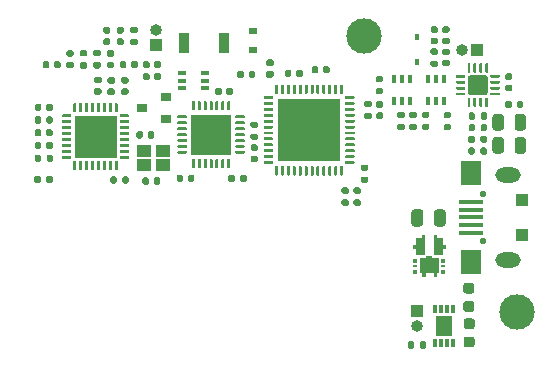
<source format=gbr>
%TF.GenerationSoftware,KiCad,Pcbnew,(5.1.10-1-10_14)*%
%TF.CreationDate,2021-09-22T20:59:13+02:00*%
%TF.ProjectId,Leo_muziekdoos,4c656f5f-6d75-47a6-9965-6b646f6f732e,rev?*%
%TF.SameCoordinates,Original*%
%TF.FileFunction,Soldermask,Top*%
%TF.FilePolarity,Negative*%
%FSLAX46Y46*%
G04 Gerber Fmt 4.6, Leading zero omitted, Abs format (unit mm)*
G04 Created by KiCad (PCBNEW (5.1.10-1-10_14)) date 2021-09-22 20:59:13*
%MOMM*%
%LPD*%
G01*
G04 APERTURE LIST*
%ADD10C,0.010000*%
%ADD11C,0.100000*%
%ADD12R,0.400000X0.325000*%
%ADD13R,0.400000X0.200000*%
%ADD14R,0.400000X0.650000*%
%ADD15R,3.350000X3.350000*%
%ADD16R,0.650000X0.400000*%
%ADD17O,1.000000X1.000000*%
%ADD18R,1.000000X1.000000*%
%ADD19C,3.000000*%
%ADD20R,0.800000X0.550000*%
%ADD21R,2.150000X0.400000*%
%ADD22R,1.800000X2.000000*%
%ADD23O,2.150000X1.300000*%
%ADD24C,0.550000*%
%ADD25R,0.900000X0.800000*%
%ADD26R,5.300000X5.300000*%
%ADD27R,0.900000X1.700000*%
%ADD28R,1.450000X1.750000*%
%ADD29R,0.300000X0.750000*%
%ADD30R,1.200000X1.000000*%
%ADD31R,3.600000X3.600000*%
%ADD32R,0.450000X0.600000*%
G04 APERTURE END LIST*
D10*
%TO.C,U2*%
G36*
X73646000Y-83045000D02*
G01*
X73946000Y-83045000D01*
X73946000Y-82520000D01*
X74396000Y-82520000D01*
X74396000Y-82220000D01*
X74571000Y-82220000D01*
X74571000Y-83245000D01*
X73646000Y-83245000D01*
X73646000Y-83045000D01*
G37*
X73646000Y-83045000D02*
X73946000Y-83045000D01*
X73946000Y-82520000D01*
X74396000Y-82520000D01*
X74396000Y-82220000D01*
X74571000Y-82220000D01*
X74571000Y-83245000D01*
X73646000Y-83245000D01*
X73646000Y-83045000D01*
G36*
X75421000Y-82220000D02*
G01*
X75596000Y-82220000D01*
X75596000Y-82520000D01*
X76046000Y-82520000D01*
X76046000Y-83045000D01*
X76346000Y-83045000D01*
X76346000Y-83245000D01*
X75421000Y-83245000D01*
X75421000Y-82220000D01*
G37*
X75421000Y-82220000D02*
X75596000Y-82220000D01*
X75596000Y-82520000D01*
X76046000Y-82520000D01*
X76046000Y-83045000D01*
X76346000Y-83045000D01*
X76346000Y-83245000D01*
X75421000Y-83245000D01*
X75421000Y-82220000D01*
G36*
X75396000Y-85320000D02*
G01*
X74596000Y-85320000D01*
X74596000Y-85640000D01*
X74396000Y-85640000D01*
X74396000Y-85320000D01*
X74296000Y-85320000D01*
X74296000Y-84720000D01*
X75696000Y-84720000D01*
X75696000Y-85320000D01*
X75596000Y-85320000D01*
X75596000Y-85640000D01*
X75396000Y-85640000D01*
X75396000Y-85320000D01*
G37*
X75396000Y-85320000D02*
X74596000Y-85320000D01*
X74596000Y-85640000D01*
X74396000Y-85640000D01*
X74396000Y-85320000D01*
X74296000Y-85320000D01*
X74296000Y-84720000D01*
X75696000Y-84720000D01*
X75696000Y-85320000D01*
X75596000Y-85320000D01*
X75596000Y-85640000D01*
X75396000Y-85640000D01*
X75396000Y-85320000D01*
%TD*%
%TO.C,C5*%
G36*
G01*
X75390000Y-81215000D02*
X75390000Y-80265000D01*
G75*
G02*
X75640000Y-80015000I250000J0D01*
G01*
X76140000Y-80015000D01*
G75*
G02*
X76390000Y-80265000I0J-250000D01*
G01*
X76390000Y-81215000D01*
G75*
G02*
X76140000Y-81465000I-250000J0D01*
G01*
X75640000Y-81465000D01*
G75*
G02*
X75390000Y-81215000I0J250000D01*
G01*
G37*
G36*
G01*
X73490000Y-81215000D02*
X73490000Y-80265000D01*
G75*
G02*
X73740000Y-80015000I250000J0D01*
G01*
X74240000Y-80015000D01*
G75*
G02*
X74490000Y-80265000I0J-250000D01*
G01*
X74490000Y-81215000D01*
G75*
G02*
X74240000Y-81465000I-250000J0D01*
G01*
X73740000Y-81465000D01*
G75*
G02*
X73490000Y-81215000I0J250000D01*
G01*
G37*
%TD*%
D11*
%TO.C,U2*%
G36*
X75375025Y-85674904D02*
G01*
X75374087Y-85674619D01*
X75373222Y-85674157D01*
X75372464Y-85673536D01*
X75371843Y-85672778D01*
X75371381Y-85671913D01*
X75371096Y-85670975D01*
X75371000Y-85670000D01*
X75371000Y-85425000D01*
X74621000Y-85425000D01*
X74621000Y-85670000D01*
X74620904Y-85670975D01*
X74620619Y-85671913D01*
X74620157Y-85672778D01*
X74619536Y-85673536D01*
X74618778Y-85674157D01*
X74617913Y-85674619D01*
X74616975Y-85674904D01*
X74616000Y-85675000D01*
X74376000Y-85675000D01*
X74375025Y-85674904D01*
X74374087Y-85674619D01*
X74373222Y-85674157D01*
X74372464Y-85673536D01*
X74371843Y-85672778D01*
X74371381Y-85671913D01*
X74371096Y-85670975D01*
X74371000Y-85670000D01*
X74371000Y-85425000D01*
X74196000Y-85425000D01*
X74195025Y-85424904D01*
X74194087Y-85424619D01*
X74193222Y-85424157D01*
X74192464Y-85423536D01*
X74191843Y-85422778D01*
X74191381Y-85421913D01*
X74191096Y-85420975D01*
X74191000Y-85420000D01*
X74191000Y-84150000D01*
X74191096Y-84149025D01*
X74191381Y-84148087D01*
X74191843Y-84147222D01*
X74192464Y-84146464D01*
X74193222Y-84145843D01*
X74194087Y-84145381D01*
X74195025Y-84145096D01*
X74196000Y-84145000D01*
X74741000Y-84145000D01*
X74741000Y-83940000D01*
X74741096Y-83939025D01*
X74741381Y-83938087D01*
X74741843Y-83937222D01*
X74742464Y-83936464D01*
X74743222Y-83935843D01*
X74744087Y-83935381D01*
X74745025Y-83935096D01*
X74746000Y-83935000D01*
X75246000Y-83935000D01*
X75246975Y-83935096D01*
X75247913Y-83935381D01*
X75248778Y-83935843D01*
X75249536Y-83936464D01*
X75250157Y-83937222D01*
X75250619Y-83938087D01*
X75250904Y-83939025D01*
X75251000Y-83940000D01*
X75251000Y-84145000D01*
X75796000Y-84145000D01*
X75796975Y-84145096D01*
X75797913Y-84145381D01*
X75798778Y-84145843D01*
X75799536Y-84146464D01*
X75800157Y-84147222D01*
X75800619Y-84148087D01*
X75800904Y-84149025D01*
X75801000Y-84150000D01*
X75801000Y-85420000D01*
X75800904Y-85420975D01*
X75800619Y-85421913D01*
X75800157Y-85422778D01*
X75799536Y-85423536D01*
X75798778Y-85424157D01*
X75797913Y-85424619D01*
X75796975Y-85424904D01*
X75796000Y-85425000D01*
X75621000Y-85425000D01*
X75621000Y-85670000D01*
X75620904Y-85670975D01*
X75620619Y-85671913D01*
X75620157Y-85672778D01*
X75619536Y-85673536D01*
X75618778Y-85674157D01*
X75617913Y-85674619D01*
X75616975Y-85674904D01*
X75616000Y-85675000D01*
X75376000Y-85675000D01*
X75375025Y-85674904D01*
G37*
G36*
X73845025Y-83874904D02*
G01*
X73844087Y-83874619D01*
X73843222Y-83874157D01*
X73842464Y-83873536D01*
X73841843Y-83872778D01*
X73841381Y-83871913D01*
X73841096Y-83870975D01*
X73841000Y-83870000D01*
X73841000Y-83275000D01*
X73596000Y-83275000D01*
X73595025Y-83274904D01*
X73594087Y-83274619D01*
X73593222Y-83274157D01*
X73592464Y-83273536D01*
X73591843Y-83272778D01*
X73591381Y-83271913D01*
X73591096Y-83270975D01*
X73591000Y-83270000D01*
X73591000Y-83020000D01*
X73591096Y-83019025D01*
X73591381Y-83018087D01*
X73591843Y-83017222D01*
X73592464Y-83016464D01*
X73593222Y-83015843D01*
X73594087Y-83015381D01*
X73595025Y-83015096D01*
X73596000Y-83015000D01*
X73841000Y-83015000D01*
X73841000Y-82420000D01*
X73841096Y-82419025D01*
X73841381Y-82418087D01*
X73841843Y-82417222D01*
X73842464Y-82416464D01*
X73843222Y-82415843D01*
X73844087Y-82415381D01*
X73845025Y-82415096D01*
X73846000Y-82415000D01*
X74341000Y-82415000D01*
X74341000Y-82170000D01*
X74341096Y-82169025D01*
X74341381Y-82168087D01*
X74341843Y-82167222D01*
X74342464Y-82166464D01*
X74343222Y-82165843D01*
X74344087Y-82165381D01*
X74345025Y-82165096D01*
X74346000Y-82165000D01*
X74596000Y-82165000D01*
X74596975Y-82165096D01*
X74597913Y-82165381D01*
X74598778Y-82165843D01*
X74599536Y-82166464D01*
X74600157Y-82167222D01*
X74600619Y-82168087D01*
X74600904Y-82169025D01*
X74601000Y-82170000D01*
X74601000Y-83870000D01*
X74600904Y-83870975D01*
X74600619Y-83871913D01*
X74600157Y-83872778D01*
X74599536Y-83873536D01*
X74598778Y-83874157D01*
X74597913Y-83874619D01*
X74596975Y-83874904D01*
X74596000Y-83875000D01*
X73846000Y-83875000D01*
X73845025Y-83874904D01*
G37*
G36*
X75395025Y-83874904D02*
G01*
X75394087Y-83874619D01*
X75393222Y-83874157D01*
X75392464Y-83873536D01*
X75391843Y-83872778D01*
X75391381Y-83871913D01*
X75391096Y-83870975D01*
X75391000Y-83870000D01*
X75391000Y-82170000D01*
X75391096Y-82169025D01*
X75391381Y-82168087D01*
X75391843Y-82167222D01*
X75392464Y-82166464D01*
X75393222Y-82165843D01*
X75394087Y-82165381D01*
X75395025Y-82165096D01*
X75396000Y-82165000D01*
X75646000Y-82165000D01*
X75646975Y-82165096D01*
X75647913Y-82165381D01*
X75648778Y-82165843D01*
X75649536Y-82166464D01*
X75650157Y-82167222D01*
X75650619Y-82168087D01*
X75650904Y-82169025D01*
X75651000Y-82170000D01*
X75651000Y-82415000D01*
X76146000Y-82415000D01*
X76146975Y-82415096D01*
X76147913Y-82415381D01*
X76148778Y-82415843D01*
X76149536Y-82416464D01*
X76150157Y-82417222D01*
X76150619Y-82418087D01*
X76150904Y-82419025D01*
X76151000Y-82420000D01*
X76151000Y-83015000D01*
X76396000Y-83015000D01*
X76396975Y-83015096D01*
X76397913Y-83015381D01*
X76398778Y-83015843D01*
X76399536Y-83016464D01*
X76400157Y-83017222D01*
X76400619Y-83018087D01*
X76400904Y-83019025D01*
X76401000Y-83020000D01*
X76401000Y-83270000D01*
X76400904Y-83270975D01*
X76400619Y-83271913D01*
X76400157Y-83272778D01*
X76399536Y-83273536D01*
X76398778Y-83274157D01*
X76397913Y-83274619D01*
X76396975Y-83274904D01*
X76396000Y-83275000D01*
X76151000Y-83275000D01*
X76151000Y-83870000D01*
X76150904Y-83870975D01*
X76150619Y-83871913D01*
X76150157Y-83872778D01*
X76149536Y-83873536D01*
X76148778Y-83874157D01*
X76147913Y-83874619D01*
X76146975Y-83874904D01*
X76146000Y-83875000D01*
X75396000Y-83875000D01*
X75395025Y-83874904D01*
G37*
D12*
X76196000Y-85282500D03*
X73796000Y-85282500D03*
D13*
X76196000Y-84820000D03*
D12*
X76196000Y-84357500D03*
D13*
X73796000Y-84820000D03*
D12*
X73796000Y-84357500D03*
%TD*%
D14*
%TO.C,Q1*%
X72050000Y-68970000D03*
X73350000Y-68970000D03*
X72700000Y-70870000D03*
X72700000Y-68970000D03*
X73350000Y-70870000D03*
X72050000Y-70870000D03*
%TD*%
%TO.C,Q2*%
X76210000Y-70880000D03*
X74910000Y-70880000D03*
X75560000Y-68980000D03*
X75560000Y-70880000D03*
X74910000Y-68980000D03*
X76210000Y-68980000D03*
%TD*%
D15*
%TO.C,U10*%
X56520000Y-73690000D03*
G36*
G01*
X54407500Y-75315000D02*
X53732500Y-75315000D01*
G75*
G02*
X53670000Y-75252500I0J62500D01*
G01*
X53670000Y-75127500D01*
G75*
G02*
X53732500Y-75065000I62500J0D01*
G01*
X54407500Y-75065000D01*
G75*
G02*
X54470000Y-75127500I0J-62500D01*
G01*
X54470000Y-75252500D01*
G75*
G02*
X54407500Y-75315000I-62500J0D01*
G01*
G37*
G36*
G01*
X54407500Y-74815000D02*
X53732500Y-74815000D01*
G75*
G02*
X53670000Y-74752500I0J62500D01*
G01*
X53670000Y-74627500D01*
G75*
G02*
X53732500Y-74565000I62500J0D01*
G01*
X54407500Y-74565000D01*
G75*
G02*
X54470000Y-74627500I0J-62500D01*
G01*
X54470000Y-74752500D01*
G75*
G02*
X54407500Y-74815000I-62500J0D01*
G01*
G37*
G36*
G01*
X54407500Y-74315000D02*
X53732500Y-74315000D01*
G75*
G02*
X53670000Y-74252500I0J62500D01*
G01*
X53670000Y-74127500D01*
G75*
G02*
X53732500Y-74065000I62500J0D01*
G01*
X54407500Y-74065000D01*
G75*
G02*
X54470000Y-74127500I0J-62500D01*
G01*
X54470000Y-74252500D01*
G75*
G02*
X54407500Y-74315000I-62500J0D01*
G01*
G37*
G36*
G01*
X54407500Y-73815000D02*
X53732500Y-73815000D01*
G75*
G02*
X53670000Y-73752500I0J62500D01*
G01*
X53670000Y-73627500D01*
G75*
G02*
X53732500Y-73565000I62500J0D01*
G01*
X54407500Y-73565000D01*
G75*
G02*
X54470000Y-73627500I0J-62500D01*
G01*
X54470000Y-73752500D01*
G75*
G02*
X54407500Y-73815000I-62500J0D01*
G01*
G37*
G36*
G01*
X54407500Y-73315000D02*
X53732500Y-73315000D01*
G75*
G02*
X53670000Y-73252500I0J62500D01*
G01*
X53670000Y-73127500D01*
G75*
G02*
X53732500Y-73065000I62500J0D01*
G01*
X54407500Y-73065000D01*
G75*
G02*
X54470000Y-73127500I0J-62500D01*
G01*
X54470000Y-73252500D01*
G75*
G02*
X54407500Y-73315000I-62500J0D01*
G01*
G37*
G36*
G01*
X54407500Y-72815000D02*
X53732500Y-72815000D01*
G75*
G02*
X53670000Y-72752500I0J62500D01*
G01*
X53670000Y-72627500D01*
G75*
G02*
X53732500Y-72565000I62500J0D01*
G01*
X54407500Y-72565000D01*
G75*
G02*
X54470000Y-72627500I0J-62500D01*
G01*
X54470000Y-72752500D01*
G75*
G02*
X54407500Y-72815000I-62500J0D01*
G01*
G37*
G36*
G01*
X54407500Y-72315000D02*
X53732500Y-72315000D01*
G75*
G02*
X53670000Y-72252500I0J62500D01*
G01*
X53670000Y-72127500D01*
G75*
G02*
X53732500Y-72065000I62500J0D01*
G01*
X54407500Y-72065000D01*
G75*
G02*
X54470000Y-72127500I0J-62500D01*
G01*
X54470000Y-72252500D01*
G75*
G02*
X54407500Y-72315000I-62500J0D01*
G01*
G37*
G36*
G01*
X55082500Y-71640000D02*
X54957500Y-71640000D01*
G75*
G02*
X54895000Y-71577500I0J62500D01*
G01*
X54895000Y-70902500D01*
G75*
G02*
X54957500Y-70840000I62500J0D01*
G01*
X55082500Y-70840000D01*
G75*
G02*
X55145000Y-70902500I0J-62500D01*
G01*
X55145000Y-71577500D01*
G75*
G02*
X55082500Y-71640000I-62500J0D01*
G01*
G37*
G36*
G01*
X55582500Y-71640000D02*
X55457500Y-71640000D01*
G75*
G02*
X55395000Y-71577500I0J62500D01*
G01*
X55395000Y-70902500D01*
G75*
G02*
X55457500Y-70840000I62500J0D01*
G01*
X55582500Y-70840000D01*
G75*
G02*
X55645000Y-70902500I0J-62500D01*
G01*
X55645000Y-71577500D01*
G75*
G02*
X55582500Y-71640000I-62500J0D01*
G01*
G37*
G36*
G01*
X56082500Y-71640000D02*
X55957500Y-71640000D01*
G75*
G02*
X55895000Y-71577500I0J62500D01*
G01*
X55895000Y-70902500D01*
G75*
G02*
X55957500Y-70840000I62500J0D01*
G01*
X56082500Y-70840000D01*
G75*
G02*
X56145000Y-70902500I0J-62500D01*
G01*
X56145000Y-71577500D01*
G75*
G02*
X56082500Y-71640000I-62500J0D01*
G01*
G37*
G36*
G01*
X56582500Y-71640000D02*
X56457500Y-71640000D01*
G75*
G02*
X56395000Y-71577500I0J62500D01*
G01*
X56395000Y-70902500D01*
G75*
G02*
X56457500Y-70840000I62500J0D01*
G01*
X56582500Y-70840000D01*
G75*
G02*
X56645000Y-70902500I0J-62500D01*
G01*
X56645000Y-71577500D01*
G75*
G02*
X56582500Y-71640000I-62500J0D01*
G01*
G37*
G36*
G01*
X57082500Y-71640000D02*
X56957500Y-71640000D01*
G75*
G02*
X56895000Y-71577500I0J62500D01*
G01*
X56895000Y-70902500D01*
G75*
G02*
X56957500Y-70840000I62500J0D01*
G01*
X57082500Y-70840000D01*
G75*
G02*
X57145000Y-70902500I0J-62500D01*
G01*
X57145000Y-71577500D01*
G75*
G02*
X57082500Y-71640000I-62500J0D01*
G01*
G37*
G36*
G01*
X57582500Y-71640000D02*
X57457500Y-71640000D01*
G75*
G02*
X57395000Y-71577500I0J62500D01*
G01*
X57395000Y-70902500D01*
G75*
G02*
X57457500Y-70840000I62500J0D01*
G01*
X57582500Y-70840000D01*
G75*
G02*
X57645000Y-70902500I0J-62500D01*
G01*
X57645000Y-71577500D01*
G75*
G02*
X57582500Y-71640000I-62500J0D01*
G01*
G37*
G36*
G01*
X58082500Y-71640000D02*
X57957500Y-71640000D01*
G75*
G02*
X57895000Y-71577500I0J62500D01*
G01*
X57895000Y-70902500D01*
G75*
G02*
X57957500Y-70840000I62500J0D01*
G01*
X58082500Y-70840000D01*
G75*
G02*
X58145000Y-70902500I0J-62500D01*
G01*
X58145000Y-71577500D01*
G75*
G02*
X58082500Y-71640000I-62500J0D01*
G01*
G37*
G36*
G01*
X59307500Y-72315000D02*
X58632500Y-72315000D01*
G75*
G02*
X58570000Y-72252500I0J62500D01*
G01*
X58570000Y-72127500D01*
G75*
G02*
X58632500Y-72065000I62500J0D01*
G01*
X59307500Y-72065000D01*
G75*
G02*
X59370000Y-72127500I0J-62500D01*
G01*
X59370000Y-72252500D01*
G75*
G02*
X59307500Y-72315000I-62500J0D01*
G01*
G37*
G36*
G01*
X59307500Y-72815000D02*
X58632500Y-72815000D01*
G75*
G02*
X58570000Y-72752500I0J62500D01*
G01*
X58570000Y-72627500D01*
G75*
G02*
X58632500Y-72565000I62500J0D01*
G01*
X59307500Y-72565000D01*
G75*
G02*
X59370000Y-72627500I0J-62500D01*
G01*
X59370000Y-72752500D01*
G75*
G02*
X59307500Y-72815000I-62500J0D01*
G01*
G37*
G36*
G01*
X59307500Y-73315000D02*
X58632500Y-73315000D01*
G75*
G02*
X58570000Y-73252500I0J62500D01*
G01*
X58570000Y-73127500D01*
G75*
G02*
X58632500Y-73065000I62500J0D01*
G01*
X59307500Y-73065000D01*
G75*
G02*
X59370000Y-73127500I0J-62500D01*
G01*
X59370000Y-73252500D01*
G75*
G02*
X59307500Y-73315000I-62500J0D01*
G01*
G37*
G36*
G01*
X59307500Y-73815000D02*
X58632500Y-73815000D01*
G75*
G02*
X58570000Y-73752500I0J62500D01*
G01*
X58570000Y-73627500D01*
G75*
G02*
X58632500Y-73565000I62500J0D01*
G01*
X59307500Y-73565000D01*
G75*
G02*
X59370000Y-73627500I0J-62500D01*
G01*
X59370000Y-73752500D01*
G75*
G02*
X59307500Y-73815000I-62500J0D01*
G01*
G37*
G36*
G01*
X59307500Y-74315000D02*
X58632500Y-74315000D01*
G75*
G02*
X58570000Y-74252500I0J62500D01*
G01*
X58570000Y-74127500D01*
G75*
G02*
X58632500Y-74065000I62500J0D01*
G01*
X59307500Y-74065000D01*
G75*
G02*
X59370000Y-74127500I0J-62500D01*
G01*
X59370000Y-74252500D01*
G75*
G02*
X59307500Y-74315000I-62500J0D01*
G01*
G37*
G36*
G01*
X59307500Y-74815000D02*
X58632500Y-74815000D01*
G75*
G02*
X58570000Y-74752500I0J62500D01*
G01*
X58570000Y-74627500D01*
G75*
G02*
X58632500Y-74565000I62500J0D01*
G01*
X59307500Y-74565000D01*
G75*
G02*
X59370000Y-74627500I0J-62500D01*
G01*
X59370000Y-74752500D01*
G75*
G02*
X59307500Y-74815000I-62500J0D01*
G01*
G37*
G36*
G01*
X59307500Y-75315000D02*
X58632500Y-75315000D01*
G75*
G02*
X58570000Y-75252500I0J62500D01*
G01*
X58570000Y-75127500D01*
G75*
G02*
X58632500Y-75065000I62500J0D01*
G01*
X59307500Y-75065000D01*
G75*
G02*
X59370000Y-75127500I0J-62500D01*
G01*
X59370000Y-75252500D01*
G75*
G02*
X59307500Y-75315000I-62500J0D01*
G01*
G37*
G36*
G01*
X58082500Y-76540000D02*
X57957500Y-76540000D01*
G75*
G02*
X57895000Y-76477500I0J62500D01*
G01*
X57895000Y-75802500D01*
G75*
G02*
X57957500Y-75740000I62500J0D01*
G01*
X58082500Y-75740000D01*
G75*
G02*
X58145000Y-75802500I0J-62500D01*
G01*
X58145000Y-76477500D01*
G75*
G02*
X58082500Y-76540000I-62500J0D01*
G01*
G37*
G36*
G01*
X57582500Y-76540000D02*
X57457500Y-76540000D01*
G75*
G02*
X57395000Y-76477500I0J62500D01*
G01*
X57395000Y-75802500D01*
G75*
G02*
X57457500Y-75740000I62500J0D01*
G01*
X57582500Y-75740000D01*
G75*
G02*
X57645000Y-75802500I0J-62500D01*
G01*
X57645000Y-76477500D01*
G75*
G02*
X57582500Y-76540000I-62500J0D01*
G01*
G37*
G36*
G01*
X57082500Y-76540000D02*
X56957500Y-76540000D01*
G75*
G02*
X56895000Y-76477500I0J62500D01*
G01*
X56895000Y-75802500D01*
G75*
G02*
X56957500Y-75740000I62500J0D01*
G01*
X57082500Y-75740000D01*
G75*
G02*
X57145000Y-75802500I0J-62500D01*
G01*
X57145000Y-76477500D01*
G75*
G02*
X57082500Y-76540000I-62500J0D01*
G01*
G37*
G36*
G01*
X56582500Y-76540000D02*
X56457500Y-76540000D01*
G75*
G02*
X56395000Y-76477500I0J62500D01*
G01*
X56395000Y-75802500D01*
G75*
G02*
X56457500Y-75740000I62500J0D01*
G01*
X56582500Y-75740000D01*
G75*
G02*
X56645000Y-75802500I0J-62500D01*
G01*
X56645000Y-76477500D01*
G75*
G02*
X56582500Y-76540000I-62500J0D01*
G01*
G37*
G36*
G01*
X56082500Y-76540000D02*
X55957500Y-76540000D01*
G75*
G02*
X55895000Y-76477500I0J62500D01*
G01*
X55895000Y-75802500D01*
G75*
G02*
X55957500Y-75740000I62500J0D01*
G01*
X56082500Y-75740000D01*
G75*
G02*
X56145000Y-75802500I0J-62500D01*
G01*
X56145000Y-76477500D01*
G75*
G02*
X56082500Y-76540000I-62500J0D01*
G01*
G37*
G36*
G01*
X55582500Y-76540000D02*
X55457500Y-76540000D01*
G75*
G02*
X55395000Y-76477500I0J62500D01*
G01*
X55395000Y-75802500D01*
G75*
G02*
X55457500Y-75740000I62500J0D01*
G01*
X55582500Y-75740000D01*
G75*
G02*
X55645000Y-75802500I0J-62500D01*
G01*
X55645000Y-76477500D01*
G75*
G02*
X55582500Y-76540000I-62500J0D01*
G01*
G37*
G36*
G01*
X55082500Y-76540000D02*
X54957500Y-76540000D01*
G75*
G02*
X54895000Y-76477500I0J62500D01*
G01*
X54895000Y-75802500D01*
G75*
G02*
X54957500Y-75740000I62500J0D01*
G01*
X55082500Y-75740000D01*
G75*
G02*
X55145000Y-75802500I0J-62500D01*
G01*
X55145000Y-76477500D01*
G75*
G02*
X55082500Y-76540000I-62500J0D01*
G01*
G37*
%TD*%
%TO.C,R11*%
G36*
G01*
X58990200Y-77578800D02*
X58990200Y-77208800D01*
G75*
G02*
X59125200Y-77073800I135000J0D01*
G01*
X59395200Y-77073800D01*
G75*
G02*
X59530200Y-77208800I0J-135000D01*
G01*
X59530200Y-77578800D01*
G75*
G02*
X59395200Y-77713800I-135000J0D01*
G01*
X59125200Y-77713800D01*
G75*
G02*
X58990200Y-77578800I0J135000D01*
G01*
G37*
G36*
G01*
X57970200Y-77578800D02*
X57970200Y-77208800D01*
G75*
G02*
X58105200Y-77073800I135000J0D01*
G01*
X58375200Y-77073800D01*
G75*
G02*
X58510200Y-77208800I0J-135000D01*
G01*
X58510200Y-77578800D01*
G75*
G02*
X58375200Y-77713800I-135000J0D01*
G01*
X58105200Y-77713800D01*
G75*
G02*
X57970200Y-77578800I0J135000D01*
G01*
G37*
%TD*%
D16*
%TO.C,Q5*%
X55980000Y-68470000D03*
X55980000Y-69770000D03*
X54080000Y-69120000D03*
X55980000Y-69120000D03*
X54080000Y-69770000D03*
X54080000Y-68470000D03*
%TD*%
%TO.C,C29*%
G36*
G01*
X54556000Y-77563800D02*
X54556000Y-77223800D01*
G75*
G02*
X54696000Y-77083800I140000J0D01*
G01*
X54976000Y-77083800D01*
G75*
G02*
X55116000Y-77223800I0J-140000D01*
G01*
X55116000Y-77563800D01*
G75*
G02*
X54976000Y-77703800I-140000J0D01*
G01*
X54696000Y-77703800D01*
G75*
G02*
X54556000Y-77563800I0J140000D01*
G01*
G37*
G36*
G01*
X53596000Y-77563800D02*
X53596000Y-77223800D01*
G75*
G02*
X53736000Y-77083800I140000J0D01*
G01*
X54016000Y-77083800D01*
G75*
G02*
X54156000Y-77223800I0J-140000D01*
G01*
X54156000Y-77563800D01*
G75*
G02*
X54016000Y-77703800I-140000J0D01*
G01*
X53736000Y-77703800D01*
G75*
G02*
X53596000Y-77563800I0J140000D01*
G01*
G37*
%TD*%
D17*
%TO.C,J3*%
X77762100Y-66548000D03*
D18*
X79032100Y-66548000D03*
%TD*%
D17*
%TO.C,J1*%
X73952100Y-89928700D03*
D18*
X73952100Y-88658700D03*
%TD*%
D19*
%TO.C,M2*%
X82397600Y-88696800D03*
%TD*%
D17*
%TO.C,J4*%
X51816000Y-64820800D03*
D18*
X51816000Y-66090800D03*
%TD*%
D20*
%TO.C,ANT1*%
X60075000Y-66525000D03*
X60075000Y-64875000D03*
%TD*%
D18*
%TO.C,J2*%
X82849100Y-82195800D03*
D21*
X78539100Y-81995800D03*
D22*
X78539100Y-84495800D03*
D23*
X81699100Y-84295800D03*
D22*
X78539100Y-76895800D03*
D23*
X81699100Y-77095800D03*
D24*
X79549100Y-82695800D03*
X79549100Y-78695800D03*
D18*
X82849100Y-79195800D03*
D21*
X78539100Y-81345800D03*
X78539100Y-80695800D03*
X78539100Y-80045800D03*
X78539100Y-79395800D03*
%TD*%
D25*
%TO.C,U8*%
X50663600Y-71424800D03*
X52663600Y-70474800D03*
X52663600Y-72374800D03*
%TD*%
D26*
%TO.C,U4*%
X64820800Y-73300000D03*
G36*
G01*
X61945800Y-70187500D02*
X61945800Y-69512500D01*
G75*
G02*
X62008300Y-69450000I62500J0D01*
G01*
X62133300Y-69450000D01*
G75*
G02*
X62195800Y-69512500I0J-62500D01*
G01*
X62195800Y-70187500D01*
G75*
G02*
X62133300Y-70250000I-62500J0D01*
G01*
X62008300Y-70250000D01*
G75*
G02*
X61945800Y-70187500I0J62500D01*
G01*
G37*
G36*
G01*
X62445800Y-70187500D02*
X62445800Y-69512500D01*
G75*
G02*
X62508300Y-69450000I62500J0D01*
G01*
X62633300Y-69450000D01*
G75*
G02*
X62695800Y-69512500I0J-62500D01*
G01*
X62695800Y-70187500D01*
G75*
G02*
X62633300Y-70250000I-62500J0D01*
G01*
X62508300Y-70250000D01*
G75*
G02*
X62445800Y-70187500I0J62500D01*
G01*
G37*
G36*
G01*
X62945800Y-70187500D02*
X62945800Y-69512500D01*
G75*
G02*
X63008300Y-69450000I62500J0D01*
G01*
X63133300Y-69450000D01*
G75*
G02*
X63195800Y-69512500I0J-62500D01*
G01*
X63195800Y-70187500D01*
G75*
G02*
X63133300Y-70250000I-62500J0D01*
G01*
X63008300Y-70250000D01*
G75*
G02*
X62945800Y-70187500I0J62500D01*
G01*
G37*
G36*
G01*
X63445800Y-70187500D02*
X63445800Y-69512500D01*
G75*
G02*
X63508300Y-69450000I62500J0D01*
G01*
X63633300Y-69450000D01*
G75*
G02*
X63695800Y-69512500I0J-62500D01*
G01*
X63695800Y-70187500D01*
G75*
G02*
X63633300Y-70250000I-62500J0D01*
G01*
X63508300Y-70250000D01*
G75*
G02*
X63445800Y-70187500I0J62500D01*
G01*
G37*
G36*
G01*
X63945800Y-70187500D02*
X63945800Y-69512500D01*
G75*
G02*
X64008300Y-69450000I62500J0D01*
G01*
X64133300Y-69450000D01*
G75*
G02*
X64195800Y-69512500I0J-62500D01*
G01*
X64195800Y-70187500D01*
G75*
G02*
X64133300Y-70250000I-62500J0D01*
G01*
X64008300Y-70250000D01*
G75*
G02*
X63945800Y-70187500I0J62500D01*
G01*
G37*
G36*
G01*
X64445800Y-70187500D02*
X64445800Y-69512500D01*
G75*
G02*
X64508300Y-69450000I62500J0D01*
G01*
X64633300Y-69450000D01*
G75*
G02*
X64695800Y-69512500I0J-62500D01*
G01*
X64695800Y-70187500D01*
G75*
G02*
X64633300Y-70250000I-62500J0D01*
G01*
X64508300Y-70250000D01*
G75*
G02*
X64445800Y-70187500I0J62500D01*
G01*
G37*
G36*
G01*
X64945800Y-70187500D02*
X64945800Y-69512500D01*
G75*
G02*
X65008300Y-69450000I62500J0D01*
G01*
X65133300Y-69450000D01*
G75*
G02*
X65195800Y-69512500I0J-62500D01*
G01*
X65195800Y-70187500D01*
G75*
G02*
X65133300Y-70250000I-62500J0D01*
G01*
X65008300Y-70250000D01*
G75*
G02*
X64945800Y-70187500I0J62500D01*
G01*
G37*
G36*
G01*
X65445800Y-70187500D02*
X65445800Y-69512500D01*
G75*
G02*
X65508300Y-69450000I62500J0D01*
G01*
X65633300Y-69450000D01*
G75*
G02*
X65695800Y-69512500I0J-62500D01*
G01*
X65695800Y-70187500D01*
G75*
G02*
X65633300Y-70250000I-62500J0D01*
G01*
X65508300Y-70250000D01*
G75*
G02*
X65445800Y-70187500I0J62500D01*
G01*
G37*
G36*
G01*
X65945800Y-70187500D02*
X65945800Y-69512500D01*
G75*
G02*
X66008300Y-69450000I62500J0D01*
G01*
X66133300Y-69450000D01*
G75*
G02*
X66195800Y-69512500I0J-62500D01*
G01*
X66195800Y-70187500D01*
G75*
G02*
X66133300Y-70250000I-62500J0D01*
G01*
X66008300Y-70250000D01*
G75*
G02*
X65945800Y-70187500I0J62500D01*
G01*
G37*
G36*
G01*
X66445800Y-70187500D02*
X66445800Y-69512500D01*
G75*
G02*
X66508300Y-69450000I62500J0D01*
G01*
X66633300Y-69450000D01*
G75*
G02*
X66695800Y-69512500I0J-62500D01*
G01*
X66695800Y-70187500D01*
G75*
G02*
X66633300Y-70250000I-62500J0D01*
G01*
X66508300Y-70250000D01*
G75*
G02*
X66445800Y-70187500I0J62500D01*
G01*
G37*
G36*
G01*
X66945800Y-70187500D02*
X66945800Y-69512500D01*
G75*
G02*
X67008300Y-69450000I62500J0D01*
G01*
X67133300Y-69450000D01*
G75*
G02*
X67195800Y-69512500I0J-62500D01*
G01*
X67195800Y-70187500D01*
G75*
G02*
X67133300Y-70250000I-62500J0D01*
G01*
X67008300Y-70250000D01*
G75*
G02*
X66945800Y-70187500I0J62500D01*
G01*
G37*
G36*
G01*
X67445800Y-70187500D02*
X67445800Y-69512500D01*
G75*
G02*
X67508300Y-69450000I62500J0D01*
G01*
X67633300Y-69450000D01*
G75*
G02*
X67695800Y-69512500I0J-62500D01*
G01*
X67695800Y-70187500D01*
G75*
G02*
X67633300Y-70250000I-62500J0D01*
G01*
X67508300Y-70250000D01*
G75*
G02*
X67445800Y-70187500I0J62500D01*
G01*
G37*
G36*
G01*
X67870800Y-70612500D02*
X67870800Y-70487500D01*
G75*
G02*
X67933300Y-70425000I62500J0D01*
G01*
X68608300Y-70425000D01*
G75*
G02*
X68670800Y-70487500I0J-62500D01*
G01*
X68670800Y-70612500D01*
G75*
G02*
X68608300Y-70675000I-62500J0D01*
G01*
X67933300Y-70675000D01*
G75*
G02*
X67870800Y-70612500I0J62500D01*
G01*
G37*
G36*
G01*
X67870800Y-71112500D02*
X67870800Y-70987500D01*
G75*
G02*
X67933300Y-70925000I62500J0D01*
G01*
X68608300Y-70925000D01*
G75*
G02*
X68670800Y-70987500I0J-62500D01*
G01*
X68670800Y-71112500D01*
G75*
G02*
X68608300Y-71175000I-62500J0D01*
G01*
X67933300Y-71175000D01*
G75*
G02*
X67870800Y-71112500I0J62500D01*
G01*
G37*
G36*
G01*
X67870800Y-71612500D02*
X67870800Y-71487500D01*
G75*
G02*
X67933300Y-71425000I62500J0D01*
G01*
X68608300Y-71425000D01*
G75*
G02*
X68670800Y-71487500I0J-62500D01*
G01*
X68670800Y-71612500D01*
G75*
G02*
X68608300Y-71675000I-62500J0D01*
G01*
X67933300Y-71675000D01*
G75*
G02*
X67870800Y-71612500I0J62500D01*
G01*
G37*
G36*
G01*
X67870800Y-72112500D02*
X67870800Y-71987500D01*
G75*
G02*
X67933300Y-71925000I62500J0D01*
G01*
X68608300Y-71925000D01*
G75*
G02*
X68670800Y-71987500I0J-62500D01*
G01*
X68670800Y-72112500D01*
G75*
G02*
X68608300Y-72175000I-62500J0D01*
G01*
X67933300Y-72175000D01*
G75*
G02*
X67870800Y-72112500I0J62500D01*
G01*
G37*
G36*
G01*
X67870800Y-72612500D02*
X67870800Y-72487500D01*
G75*
G02*
X67933300Y-72425000I62500J0D01*
G01*
X68608300Y-72425000D01*
G75*
G02*
X68670800Y-72487500I0J-62500D01*
G01*
X68670800Y-72612500D01*
G75*
G02*
X68608300Y-72675000I-62500J0D01*
G01*
X67933300Y-72675000D01*
G75*
G02*
X67870800Y-72612500I0J62500D01*
G01*
G37*
G36*
G01*
X67870800Y-73112500D02*
X67870800Y-72987500D01*
G75*
G02*
X67933300Y-72925000I62500J0D01*
G01*
X68608300Y-72925000D01*
G75*
G02*
X68670800Y-72987500I0J-62500D01*
G01*
X68670800Y-73112500D01*
G75*
G02*
X68608300Y-73175000I-62500J0D01*
G01*
X67933300Y-73175000D01*
G75*
G02*
X67870800Y-73112500I0J62500D01*
G01*
G37*
G36*
G01*
X67870800Y-73612500D02*
X67870800Y-73487500D01*
G75*
G02*
X67933300Y-73425000I62500J0D01*
G01*
X68608300Y-73425000D01*
G75*
G02*
X68670800Y-73487500I0J-62500D01*
G01*
X68670800Y-73612500D01*
G75*
G02*
X68608300Y-73675000I-62500J0D01*
G01*
X67933300Y-73675000D01*
G75*
G02*
X67870800Y-73612500I0J62500D01*
G01*
G37*
G36*
G01*
X67870800Y-74112500D02*
X67870800Y-73987500D01*
G75*
G02*
X67933300Y-73925000I62500J0D01*
G01*
X68608300Y-73925000D01*
G75*
G02*
X68670800Y-73987500I0J-62500D01*
G01*
X68670800Y-74112500D01*
G75*
G02*
X68608300Y-74175000I-62500J0D01*
G01*
X67933300Y-74175000D01*
G75*
G02*
X67870800Y-74112500I0J62500D01*
G01*
G37*
G36*
G01*
X67870800Y-74612500D02*
X67870800Y-74487500D01*
G75*
G02*
X67933300Y-74425000I62500J0D01*
G01*
X68608300Y-74425000D01*
G75*
G02*
X68670800Y-74487500I0J-62500D01*
G01*
X68670800Y-74612500D01*
G75*
G02*
X68608300Y-74675000I-62500J0D01*
G01*
X67933300Y-74675000D01*
G75*
G02*
X67870800Y-74612500I0J62500D01*
G01*
G37*
G36*
G01*
X67870800Y-75112500D02*
X67870800Y-74987500D01*
G75*
G02*
X67933300Y-74925000I62500J0D01*
G01*
X68608300Y-74925000D01*
G75*
G02*
X68670800Y-74987500I0J-62500D01*
G01*
X68670800Y-75112500D01*
G75*
G02*
X68608300Y-75175000I-62500J0D01*
G01*
X67933300Y-75175000D01*
G75*
G02*
X67870800Y-75112500I0J62500D01*
G01*
G37*
G36*
G01*
X67870800Y-75612500D02*
X67870800Y-75487500D01*
G75*
G02*
X67933300Y-75425000I62500J0D01*
G01*
X68608300Y-75425000D01*
G75*
G02*
X68670800Y-75487500I0J-62500D01*
G01*
X68670800Y-75612500D01*
G75*
G02*
X68608300Y-75675000I-62500J0D01*
G01*
X67933300Y-75675000D01*
G75*
G02*
X67870800Y-75612500I0J62500D01*
G01*
G37*
G36*
G01*
X67870800Y-76112500D02*
X67870800Y-75987500D01*
G75*
G02*
X67933300Y-75925000I62500J0D01*
G01*
X68608300Y-75925000D01*
G75*
G02*
X68670800Y-75987500I0J-62500D01*
G01*
X68670800Y-76112500D01*
G75*
G02*
X68608300Y-76175000I-62500J0D01*
G01*
X67933300Y-76175000D01*
G75*
G02*
X67870800Y-76112500I0J62500D01*
G01*
G37*
G36*
G01*
X67445800Y-77087500D02*
X67445800Y-76412500D01*
G75*
G02*
X67508300Y-76350000I62500J0D01*
G01*
X67633300Y-76350000D01*
G75*
G02*
X67695800Y-76412500I0J-62500D01*
G01*
X67695800Y-77087500D01*
G75*
G02*
X67633300Y-77150000I-62500J0D01*
G01*
X67508300Y-77150000D01*
G75*
G02*
X67445800Y-77087500I0J62500D01*
G01*
G37*
G36*
G01*
X66945800Y-77087500D02*
X66945800Y-76412500D01*
G75*
G02*
X67008300Y-76350000I62500J0D01*
G01*
X67133300Y-76350000D01*
G75*
G02*
X67195800Y-76412500I0J-62500D01*
G01*
X67195800Y-77087500D01*
G75*
G02*
X67133300Y-77150000I-62500J0D01*
G01*
X67008300Y-77150000D01*
G75*
G02*
X66945800Y-77087500I0J62500D01*
G01*
G37*
G36*
G01*
X66445800Y-77087500D02*
X66445800Y-76412500D01*
G75*
G02*
X66508300Y-76350000I62500J0D01*
G01*
X66633300Y-76350000D01*
G75*
G02*
X66695800Y-76412500I0J-62500D01*
G01*
X66695800Y-77087500D01*
G75*
G02*
X66633300Y-77150000I-62500J0D01*
G01*
X66508300Y-77150000D01*
G75*
G02*
X66445800Y-77087500I0J62500D01*
G01*
G37*
G36*
G01*
X65945800Y-77087500D02*
X65945800Y-76412500D01*
G75*
G02*
X66008300Y-76350000I62500J0D01*
G01*
X66133300Y-76350000D01*
G75*
G02*
X66195800Y-76412500I0J-62500D01*
G01*
X66195800Y-77087500D01*
G75*
G02*
X66133300Y-77150000I-62500J0D01*
G01*
X66008300Y-77150000D01*
G75*
G02*
X65945800Y-77087500I0J62500D01*
G01*
G37*
G36*
G01*
X65445800Y-77087500D02*
X65445800Y-76412500D01*
G75*
G02*
X65508300Y-76350000I62500J0D01*
G01*
X65633300Y-76350000D01*
G75*
G02*
X65695800Y-76412500I0J-62500D01*
G01*
X65695800Y-77087500D01*
G75*
G02*
X65633300Y-77150000I-62500J0D01*
G01*
X65508300Y-77150000D01*
G75*
G02*
X65445800Y-77087500I0J62500D01*
G01*
G37*
G36*
G01*
X64945800Y-77087500D02*
X64945800Y-76412500D01*
G75*
G02*
X65008300Y-76350000I62500J0D01*
G01*
X65133300Y-76350000D01*
G75*
G02*
X65195800Y-76412500I0J-62500D01*
G01*
X65195800Y-77087500D01*
G75*
G02*
X65133300Y-77150000I-62500J0D01*
G01*
X65008300Y-77150000D01*
G75*
G02*
X64945800Y-77087500I0J62500D01*
G01*
G37*
G36*
G01*
X64445800Y-77087500D02*
X64445800Y-76412500D01*
G75*
G02*
X64508300Y-76350000I62500J0D01*
G01*
X64633300Y-76350000D01*
G75*
G02*
X64695800Y-76412500I0J-62500D01*
G01*
X64695800Y-77087500D01*
G75*
G02*
X64633300Y-77150000I-62500J0D01*
G01*
X64508300Y-77150000D01*
G75*
G02*
X64445800Y-77087500I0J62500D01*
G01*
G37*
G36*
G01*
X63945800Y-77087500D02*
X63945800Y-76412500D01*
G75*
G02*
X64008300Y-76350000I62500J0D01*
G01*
X64133300Y-76350000D01*
G75*
G02*
X64195800Y-76412500I0J-62500D01*
G01*
X64195800Y-77087500D01*
G75*
G02*
X64133300Y-77150000I-62500J0D01*
G01*
X64008300Y-77150000D01*
G75*
G02*
X63945800Y-77087500I0J62500D01*
G01*
G37*
G36*
G01*
X63445800Y-77087500D02*
X63445800Y-76412500D01*
G75*
G02*
X63508300Y-76350000I62500J0D01*
G01*
X63633300Y-76350000D01*
G75*
G02*
X63695800Y-76412500I0J-62500D01*
G01*
X63695800Y-77087500D01*
G75*
G02*
X63633300Y-77150000I-62500J0D01*
G01*
X63508300Y-77150000D01*
G75*
G02*
X63445800Y-77087500I0J62500D01*
G01*
G37*
G36*
G01*
X62945800Y-77087500D02*
X62945800Y-76412500D01*
G75*
G02*
X63008300Y-76350000I62500J0D01*
G01*
X63133300Y-76350000D01*
G75*
G02*
X63195800Y-76412500I0J-62500D01*
G01*
X63195800Y-77087500D01*
G75*
G02*
X63133300Y-77150000I-62500J0D01*
G01*
X63008300Y-77150000D01*
G75*
G02*
X62945800Y-77087500I0J62500D01*
G01*
G37*
G36*
G01*
X62445800Y-77087500D02*
X62445800Y-76412500D01*
G75*
G02*
X62508300Y-76350000I62500J0D01*
G01*
X62633300Y-76350000D01*
G75*
G02*
X62695800Y-76412500I0J-62500D01*
G01*
X62695800Y-77087500D01*
G75*
G02*
X62633300Y-77150000I-62500J0D01*
G01*
X62508300Y-77150000D01*
G75*
G02*
X62445800Y-77087500I0J62500D01*
G01*
G37*
G36*
G01*
X61945800Y-77087500D02*
X61945800Y-76412500D01*
G75*
G02*
X62008300Y-76350000I62500J0D01*
G01*
X62133300Y-76350000D01*
G75*
G02*
X62195800Y-76412500I0J-62500D01*
G01*
X62195800Y-77087500D01*
G75*
G02*
X62133300Y-77150000I-62500J0D01*
G01*
X62008300Y-77150000D01*
G75*
G02*
X61945800Y-77087500I0J62500D01*
G01*
G37*
G36*
G01*
X60970800Y-76112500D02*
X60970800Y-75987500D01*
G75*
G02*
X61033300Y-75925000I62500J0D01*
G01*
X61708300Y-75925000D01*
G75*
G02*
X61770800Y-75987500I0J-62500D01*
G01*
X61770800Y-76112500D01*
G75*
G02*
X61708300Y-76175000I-62500J0D01*
G01*
X61033300Y-76175000D01*
G75*
G02*
X60970800Y-76112500I0J62500D01*
G01*
G37*
G36*
G01*
X60970800Y-75612500D02*
X60970800Y-75487500D01*
G75*
G02*
X61033300Y-75425000I62500J0D01*
G01*
X61708300Y-75425000D01*
G75*
G02*
X61770800Y-75487500I0J-62500D01*
G01*
X61770800Y-75612500D01*
G75*
G02*
X61708300Y-75675000I-62500J0D01*
G01*
X61033300Y-75675000D01*
G75*
G02*
X60970800Y-75612500I0J62500D01*
G01*
G37*
G36*
G01*
X60970800Y-75112500D02*
X60970800Y-74987500D01*
G75*
G02*
X61033300Y-74925000I62500J0D01*
G01*
X61708300Y-74925000D01*
G75*
G02*
X61770800Y-74987500I0J-62500D01*
G01*
X61770800Y-75112500D01*
G75*
G02*
X61708300Y-75175000I-62500J0D01*
G01*
X61033300Y-75175000D01*
G75*
G02*
X60970800Y-75112500I0J62500D01*
G01*
G37*
G36*
G01*
X60970800Y-74612500D02*
X60970800Y-74487500D01*
G75*
G02*
X61033300Y-74425000I62500J0D01*
G01*
X61708300Y-74425000D01*
G75*
G02*
X61770800Y-74487500I0J-62500D01*
G01*
X61770800Y-74612500D01*
G75*
G02*
X61708300Y-74675000I-62500J0D01*
G01*
X61033300Y-74675000D01*
G75*
G02*
X60970800Y-74612500I0J62500D01*
G01*
G37*
G36*
G01*
X60970800Y-74112500D02*
X60970800Y-73987500D01*
G75*
G02*
X61033300Y-73925000I62500J0D01*
G01*
X61708300Y-73925000D01*
G75*
G02*
X61770800Y-73987500I0J-62500D01*
G01*
X61770800Y-74112500D01*
G75*
G02*
X61708300Y-74175000I-62500J0D01*
G01*
X61033300Y-74175000D01*
G75*
G02*
X60970800Y-74112500I0J62500D01*
G01*
G37*
G36*
G01*
X60970800Y-73612500D02*
X60970800Y-73487500D01*
G75*
G02*
X61033300Y-73425000I62500J0D01*
G01*
X61708300Y-73425000D01*
G75*
G02*
X61770800Y-73487500I0J-62500D01*
G01*
X61770800Y-73612500D01*
G75*
G02*
X61708300Y-73675000I-62500J0D01*
G01*
X61033300Y-73675000D01*
G75*
G02*
X60970800Y-73612500I0J62500D01*
G01*
G37*
G36*
G01*
X60970800Y-73112500D02*
X60970800Y-72987500D01*
G75*
G02*
X61033300Y-72925000I62500J0D01*
G01*
X61708300Y-72925000D01*
G75*
G02*
X61770800Y-72987500I0J-62500D01*
G01*
X61770800Y-73112500D01*
G75*
G02*
X61708300Y-73175000I-62500J0D01*
G01*
X61033300Y-73175000D01*
G75*
G02*
X60970800Y-73112500I0J62500D01*
G01*
G37*
G36*
G01*
X60970800Y-72612500D02*
X60970800Y-72487500D01*
G75*
G02*
X61033300Y-72425000I62500J0D01*
G01*
X61708300Y-72425000D01*
G75*
G02*
X61770800Y-72487500I0J-62500D01*
G01*
X61770800Y-72612500D01*
G75*
G02*
X61708300Y-72675000I-62500J0D01*
G01*
X61033300Y-72675000D01*
G75*
G02*
X60970800Y-72612500I0J62500D01*
G01*
G37*
G36*
G01*
X60970800Y-72112500D02*
X60970800Y-71987500D01*
G75*
G02*
X61033300Y-71925000I62500J0D01*
G01*
X61708300Y-71925000D01*
G75*
G02*
X61770800Y-71987500I0J-62500D01*
G01*
X61770800Y-72112500D01*
G75*
G02*
X61708300Y-72175000I-62500J0D01*
G01*
X61033300Y-72175000D01*
G75*
G02*
X60970800Y-72112500I0J62500D01*
G01*
G37*
G36*
G01*
X60970800Y-71612500D02*
X60970800Y-71487500D01*
G75*
G02*
X61033300Y-71425000I62500J0D01*
G01*
X61708300Y-71425000D01*
G75*
G02*
X61770800Y-71487500I0J-62500D01*
G01*
X61770800Y-71612500D01*
G75*
G02*
X61708300Y-71675000I-62500J0D01*
G01*
X61033300Y-71675000D01*
G75*
G02*
X60970800Y-71612500I0J62500D01*
G01*
G37*
G36*
G01*
X60970800Y-71112500D02*
X60970800Y-70987500D01*
G75*
G02*
X61033300Y-70925000I62500J0D01*
G01*
X61708300Y-70925000D01*
G75*
G02*
X61770800Y-70987500I0J-62500D01*
G01*
X61770800Y-71112500D01*
G75*
G02*
X61708300Y-71175000I-62500J0D01*
G01*
X61033300Y-71175000D01*
G75*
G02*
X60970800Y-71112500I0J62500D01*
G01*
G37*
G36*
G01*
X60970800Y-70612500D02*
X60970800Y-70487500D01*
G75*
G02*
X61033300Y-70425000I62500J0D01*
G01*
X61708300Y-70425000D01*
G75*
G02*
X61770800Y-70487500I0J-62500D01*
G01*
X61770800Y-70612500D01*
G75*
G02*
X61708300Y-70675000I-62500J0D01*
G01*
X61033300Y-70675000D01*
G75*
G02*
X60970800Y-70612500I0J62500D01*
G01*
G37*
%TD*%
%TO.C,R23*%
G36*
G01*
X69325000Y-77240000D02*
X69695000Y-77240000D01*
G75*
G02*
X69830000Y-77375000I0J-135000D01*
G01*
X69830000Y-77645000D01*
G75*
G02*
X69695000Y-77780000I-135000J0D01*
G01*
X69325000Y-77780000D01*
G75*
G02*
X69190000Y-77645000I0J135000D01*
G01*
X69190000Y-77375000D01*
G75*
G02*
X69325000Y-77240000I135000J0D01*
G01*
G37*
G36*
G01*
X69325000Y-76220000D02*
X69695000Y-76220000D01*
G75*
G02*
X69830000Y-76355000I0J-135000D01*
G01*
X69830000Y-76625000D01*
G75*
G02*
X69695000Y-76760000I-135000J0D01*
G01*
X69325000Y-76760000D01*
G75*
G02*
X69190000Y-76625000I0J135000D01*
G01*
X69190000Y-76355000D01*
G75*
G02*
X69325000Y-76220000I135000J0D01*
G01*
G37*
%TD*%
%TO.C,R22*%
G36*
G01*
X69069800Y-78690500D02*
X68699800Y-78690500D01*
G75*
G02*
X68564800Y-78555500I0J135000D01*
G01*
X68564800Y-78285500D01*
G75*
G02*
X68699800Y-78150500I135000J0D01*
G01*
X69069800Y-78150500D01*
G75*
G02*
X69204800Y-78285500I0J-135000D01*
G01*
X69204800Y-78555500D01*
G75*
G02*
X69069800Y-78690500I-135000J0D01*
G01*
G37*
G36*
G01*
X69069800Y-79710500D02*
X68699800Y-79710500D01*
G75*
G02*
X68564800Y-79575500I0J135000D01*
G01*
X68564800Y-79305500D01*
G75*
G02*
X68699800Y-79170500I135000J0D01*
G01*
X69069800Y-79170500D01*
G75*
G02*
X69204800Y-79305500I0J-135000D01*
G01*
X69204800Y-79575500D01*
G75*
G02*
X69069800Y-79710500I-135000J0D01*
G01*
G37*
%TD*%
%TO.C,R21*%
G36*
G01*
X68053800Y-78690500D02*
X67683800Y-78690500D01*
G75*
G02*
X67548800Y-78555500I0J135000D01*
G01*
X67548800Y-78285500D01*
G75*
G02*
X67683800Y-78150500I135000J0D01*
G01*
X68053800Y-78150500D01*
G75*
G02*
X68188800Y-78285500I0J-135000D01*
G01*
X68188800Y-78555500D01*
G75*
G02*
X68053800Y-78690500I-135000J0D01*
G01*
G37*
G36*
G01*
X68053800Y-79710500D02*
X67683800Y-79710500D01*
G75*
G02*
X67548800Y-79575500I0J135000D01*
G01*
X67548800Y-79305500D01*
G75*
G02*
X67683800Y-79170500I135000J0D01*
G01*
X68053800Y-79170500D01*
G75*
G02*
X68188800Y-79305500I0J-135000D01*
G01*
X68188800Y-79575500D01*
G75*
G02*
X68053800Y-79710500I-135000J0D01*
G01*
G37*
%TD*%
%TO.C,R14*%
G36*
G01*
X59987600Y-73595200D02*
X60357600Y-73595200D01*
G75*
G02*
X60492600Y-73730200I0J-135000D01*
G01*
X60492600Y-74000200D01*
G75*
G02*
X60357600Y-74135200I-135000J0D01*
G01*
X59987600Y-74135200D01*
G75*
G02*
X59852600Y-74000200I0J135000D01*
G01*
X59852600Y-73730200D01*
G75*
G02*
X59987600Y-73595200I135000J0D01*
G01*
G37*
G36*
G01*
X59987600Y-72575200D02*
X60357600Y-72575200D01*
G75*
G02*
X60492600Y-72710200I0J-135000D01*
G01*
X60492600Y-72980200D01*
G75*
G02*
X60357600Y-73115200I-135000J0D01*
G01*
X59987600Y-73115200D01*
G75*
G02*
X59852600Y-72980200I0J135000D01*
G01*
X59852600Y-72710200D01*
G75*
G02*
X59987600Y-72575200I135000J0D01*
G01*
G37*
%TD*%
D19*
%TO.C,M1*%
X69450000Y-65370000D03*
%TD*%
%TO.C,L4*%
G36*
G01*
X61672500Y-67910000D02*
X61327500Y-67910000D01*
G75*
G02*
X61180000Y-67762500I0J147500D01*
G01*
X61180000Y-67467500D01*
G75*
G02*
X61327500Y-67320000I147500J0D01*
G01*
X61672500Y-67320000D01*
G75*
G02*
X61820000Y-67467500I0J-147500D01*
G01*
X61820000Y-67762500D01*
G75*
G02*
X61672500Y-67910000I-147500J0D01*
G01*
G37*
G36*
G01*
X61672500Y-68880000D02*
X61327500Y-68880000D01*
G75*
G02*
X61180000Y-68732500I0J147500D01*
G01*
X61180000Y-68437500D01*
G75*
G02*
X61327500Y-68290000I147500J0D01*
G01*
X61672500Y-68290000D01*
G75*
G02*
X61820000Y-68437500I0J-147500D01*
G01*
X61820000Y-68732500D01*
G75*
G02*
X61672500Y-68880000I-147500J0D01*
G01*
G37*
%TD*%
%TO.C,C27*%
G36*
G01*
X59300000Y-68430000D02*
X59300000Y-68770000D01*
G75*
G02*
X59160000Y-68910000I-140000J0D01*
G01*
X58880000Y-68910000D01*
G75*
G02*
X58740000Y-68770000I0J140000D01*
G01*
X58740000Y-68430000D01*
G75*
G02*
X58880000Y-68290000I140000J0D01*
G01*
X59160000Y-68290000D01*
G75*
G02*
X59300000Y-68430000I0J-140000D01*
G01*
G37*
G36*
G01*
X60260000Y-68430000D02*
X60260000Y-68770000D01*
G75*
G02*
X60120000Y-68910000I-140000J0D01*
G01*
X59840000Y-68910000D01*
G75*
G02*
X59700000Y-68770000I0J140000D01*
G01*
X59700000Y-68430000D01*
G75*
G02*
X59840000Y-68290000I140000J0D01*
G01*
X60120000Y-68290000D01*
G75*
G02*
X60260000Y-68430000I0J-140000D01*
G01*
G37*
%TD*%
%TO.C,C26*%
G36*
G01*
X63720000Y-68670000D02*
X63720000Y-68330000D01*
G75*
G02*
X63860000Y-68190000I140000J0D01*
G01*
X64140000Y-68190000D01*
G75*
G02*
X64280000Y-68330000I0J-140000D01*
G01*
X64280000Y-68670000D01*
G75*
G02*
X64140000Y-68810000I-140000J0D01*
G01*
X63860000Y-68810000D01*
G75*
G02*
X63720000Y-68670000I0J140000D01*
G01*
G37*
G36*
G01*
X62760000Y-68670000D02*
X62760000Y-68330000D01*
G75*
G02*
X62900000Y-68190000I140000J0D01*
G01*
X63180000Y-68190000D01*
G75*
G02*
X63320000Y-68330000I0J-140000D01*
G01*
X63320000Y-68670000D01*
G75*
G02*
X63180000Y-68810000I-140000J0D01*
G01*
X62900000Y-68810000D01*
G75*
G02*
X62760000Y-68670000I0J140000D01*
G01*
G37*
%TD*%
%TO.C,C21*%
G36*
G01*
X57810000Y-70210000D02*
X57810000Y-69870000D01*
G75*
G02*
X57950000Y-69730000I140000J0D01*
G01*
X58230000Y-69730000D01*
G75*
G02*
X58370000Y-69870000I0J-140000D01*
G01*
X58370000Y-70210000D01*
G75*
G02*
X58230000Y-70350000I-140000J0D01*
G01*
X57950000Y-70350000D01*
G75*
G02*
X57810000Y-70210000I0J140000D01*
G01*
G37*
G36*
G01*
X56850000Y-70210000D02*
X56850000Y-69870000D01*
G75*
G02*
X56990000Y-69730000I140000J0D01*
G01*
X57270000Y-69730000D01*
G75*
G02*
X57410000Y-69870000I0J-140000D01*
G01*
X57410000Y-70210000D01*
G75*
G02*
X57270000Y-70350000I-140000J0D01*
G01*
X56990000Y-70350000D01*
G75*
G02*
X56850000Y-70210000I0J140000D01*
G01*
G37*
%TD*%
%TO.C,C19*%
G36*
G01*
X60002600Y-75460200D02*
X60342600Y-75460200D01*
G75*
G02*
X60482600Y-75600200I0J-140000D01*
G01*
X60482600Y-75880200D01*
G75*
G02*
X60342600Y-76020200I-140000J0D01*
G01*
X60002600Y-76020200D01*
G75*
G02*
X59862600Y-75880200I0J140000D01*
G01*
X59862600Y-75600200D01*
G75*
G02*
X60002600Y-75460200I140000J0D01*
G01*
G37*
G36*
G01*
X60002600Y-74500200D02*
X60342600Y-74500200D01*
G75*
G02*
X60482600Y-74640200I0J-140000D01*
G01*
X60482600Y-74920200D01*
G75*
G02*
X60342600Y-75060200I-140000J0D01*
G01*
X60002600Y-75060200D01*
G75*
G02*
X59862600Y-74920200I0J140000D01*
G01*
X59862600Y-74640200D01*
G75*
G02*
X60002600Y-74500200I140000J0D01*
G01*
G37*
%TD*%
%TO.C,C18*%
G36*
G01*
X65590000Y-68030000D02*
X65590000Y-68370000D01*
G75*
G02*
X65450000Y-68510000I-140000J0D01*
G01*
X65170000Y-68510000D01*
G75*
G02*
X65030000Y-68370000I0J140000D01*
G01*
X65030000Y-68030000D01*
G75*
G02*
X65170000Y-67890000I140000J0D01*
G01*
X65450000Y-67890000D01*
G75*
G02*
X65590000Y-68030000I0J-140000D01*
G01*
G37*
G36*
G01*
X66550000Y-68030000D02*
X66550000Y-68370000D01*
G75*
G02*
X66410000Y-68510000I-140000J0D01*
G01*
X66130000Y-68510000D01*
G75*
G02*
X65990000Y-68370000I0J140000D01*
G01*
X65990000Y-68030000D01*
G75*
G02*
X66130000Y-67890000I140000J0D01*
G01*
X66410000Y-67890000D01*
G75*
G02*
X66550000Y-68030000I0J-140000D01*
G01*
G37*
%TD*%
%TO.C,U5*%
G36*
G01*
X77995800Y-70369400D02*
X77320800Y-70369400D01*
G75*
G02*
X77258300Y-70306900I0J62500D01*
G01*
X77258300Y-70181900D01*
G75*
G02*
X77320800Y-70119400I62500J0D01*
G01*
X77995800Y-70119400D01*
G75*
G02*
X78058300Y-70181900I0J-62500D01*
G01*
X78058300Y-70306900D01*
G75*
G02*
X77995800Y-70369400I-62500J0D01*
G01*
G37*
G36*
G01*
X77995800Y-69869400D02*
X77320800Y-69869400D01*
G75*
G02*
X77258300Y-69806900I0J62500D01*
G01*
X77258300Y-69681900D01*
G75*
G02*
X77320800Y-69619400I62500J0D01*
G01*
X77995800Y-69619400D01*
G75*
G02*
X78058300Y-69681900I0J-62500D01*
G01*
X78058300Y-69806900D01*
G75*
G02*
X77995800Y-69869400I-62500J0D01*
G01*
G37*
G36*
G01*
X77995800Y-69369400D02*
X77320800Y-69369400D01*
G75*
G02*
X77258300Y-69306900I0J62500D01*
G01*
X77258300Y-69181900D01*
G75*
G02*
X77320800Y-69119400I62500J0D01*
G01*
X77995800Y-69119400D01*
G75*
G02*
X78058300Y-69181900I0J-62500D01*
G01*
X78058300Y-69306900D01*
G75*
G02*
X77995800Y-69369400I-62500J0D01*
G01*
G37*
G36*
G01*
X77995800Y-68869400D02*
X77320800Y-68869400D01*
G75*
G02*
X77258300Y-68806900I0J62500D01*
G01*
X77258300Y-68681900D01*
G75*
G02*
X77320800Y-68619400I62500J0D01*
G01*
X77995800Y-68619400D01*
G75*
G02*
X78058300Y-68681900I0J-62500D01*
G01*
X78058300Y-68806900D01*
G75*
G02*
X77995800Y-68869400I-62500J0D01*
G01*
G37*
G36*
G01*
X78420800Y-68444400D02*
X78295800Y-68444400D01*
G75*
G02*
X78233300Y-68381900I0J62500D01*
G01*
X78233300Y-67706900D01*
G75*
G02*
X78295800Y-67644400I62500J0D01*
G01*
X78420800Y-67644400D01*
G75*
G02*
X78483300Y-67706900I0J-62500D01*
G01*
X78483300Y-68381900D01*
G75*
G02*
X78420800Y-68444400I-62500J0D01*
G01*
G37*
G36*
G01*
X78920800Y-68444400D02*
X78795800Y-68444400D01*
G75*
G02*
X78733300Y-68381900I0J62500D01*
G01*
X78733300Y-67706900D01*
G75*
G02*
X78795800Y-67644400I62500J0D01*
G01*
X78920800Y-67644400D01*
G75*
G02*
X78983300Y-67706900I0J-62500D01*
G01*
X78983300Y-68381900D01*
G75*
G02*
X78920800Y-68444400I-62500J0D01*
G01*
G37*
G36*
G01*
X79420800Y-68444400D02*
X79295800Y-68444400D01*
G75*
G02*
X79233300Y-68381900I0J62500D01*
G01*
X79233300Y-67706900D01*
G75*
G02*
X79295800Y-67644400I62500J0D01*
G01*
X79420800Y-67644400D01*
G75*
G02*
X79483300Y-67706900I0J-62500D01*
G01*
X79483300Y-68381900D01*
G75*
G02*
X79420800Y-68444400I-62500J0D01*
G01*
G37*
G36*
G01*
X79920800Y-68444400D02*
X79795800Y-68444400D01*
G75*
G02*
X79733300Y-68381900I0J62500D01*
G01*
X79733300Y-67706900D01*
G75*
G02*
X79795800Y-67644400I62500J0D01*
G01*
X79920800Y-67644400D01*
G75*
G02*
X79983300Y-67706900I0J-62500D01*
G01*
X79983300Y-68381900D01*
G75*
G02*
X79920800Y-68444400I-62500J0D01*
G01*
G37*
G36*
G01*
X80895800Y-68869400D02*
X80220800Y-68869400D01*
G75*
G02*
X80158300Y-68806900I0J62500D01*
G01*
X80158300Y-68681900D01*
G75*
G02*
X80220800Y-68619400I62500J0D01*
G01*
X80895800Y-68619400D01*
G75*
G02*
X80958300Y-68681900I0J-62500D01*
G01*
X80958300Y-68806900D01*
G75*
G02*
X80895800Y-68869400I-62500J0D01*
G01*
G37*
G36*
G01*
X80895800Y-69369400D02*
X80220800Y-69369400D01*
G75*
G02*
X80158300Y-69306900I0J62500D01*
G01*
X80158300Y-69181900D01*
G75*
G02*
X80220800Y-69119400I62500J0D01*
G01*
X80895800Y-69119400D01*
G75*
G02*
X80958300Y-69181900I0J-62500D01*
G01*
X80958300Y-69306900D01*
G75*
G02*
X80895800Y-69369400I-62500J0D01*
G01*
G37*
G36*
G01*
X80895800Y-69869400D02*
X80220800Y-69869400D01*
G75*
G02*
X80158300Y-69806900I0J62500D01*
G01*
X80158300Y-69681900D01*
G75*
G02*
X80220800Y-69619400I62500J0D01*
G01*
X80895800Y-69619400D01*
G75*
G02*
X80958300Y-69681900I0J-62500D01*
G01*
X80958300Y-69806900D01*
G75*
G02*
X80895800Y-69869400I-62500J0D01*
G01*
G37*
G36*
G01*
X80895800Y-70369400D02*
X80220800Y-70369400D01*
G75*
G02*
X80158300Y-70306900I0J62500D01*
G01*
X80158300Y-70181900D01*
G75*
G02*
X80220800Y-70119400I62500J0D01*
G01*
X80895800Y-70119400D01*
G75*
G02*
X80958300Y-70181900I0J-62500D01*
G01*
X80958300Y-70306900D01*
G75*
G02*
X80895800Y-70369400I-62500J0D01*
G01*
G37*
G36*
G01*
X79920800Y-71344400D02*
X79795800Y-71344400D01*
G75*
G02*
X79733300Y-71281900I0J62500D01*
G01*
X79733300Y-70606900D01*
G75*
G02*
X79795800Y-70544400I62500J0D01*
G01*
X79920800Y-70544400D01*
G75*
G02*
X79983300Y-70606900I0J-62500D01*
G01*
X79983300Y-71281900D01*
G75*
G02*
X79920800Y-71344400I-62500J0D01*
G01*
G37*
G36*
G01*
X79420800Y-71344400D02*
X79295800Y-71344400D01*
G75*
G02*
X79233300Y-71281900I0J62500D01*
G01*
X79233300Y-70606900D01*
G75*
G02*
X79295800Y-70544400I62500J0D01*
G01*
X79420800Y-70544400D01*
G75*
G02*
X79483300Y-70606900I0J-62500D01*
G01*
X79483300Y-71281900D01*
G75*
G02*
X79420800Y-71344400I-62500J0D01*
G01*
G37*
G36*
G01*
X78920800Y-71344400D02*
X78795800Y-71344400D01*
G75*
G02*
X78733300Y-71281900I0J62500D01*
G01*
X78733300Y-70606900D01*
G75*
G02*
X78795800Y-70544400I62500J0D01*
G01*
X78920800Y-70544400D01*
G75*
G02*
X78983300Y-70606900I0J-62500D01*
G01*
X78983300Y-71281900D01*
G75*
G02*
X78920800Y-71344400I-62500J0D01*
G01*
G37*
G36*
G01*
X78420800Y-71344400D02*
X78295800Y-71344400D01*
G75*
G02*
X78233300Y-71281900I0J62500D01*
G01*
X78233300Y-70606900D01*
G75*
G02*
X78295800Y-70544400I62500J0D01*
G01*
X78420800Y-70544400D01*
G75*
G02*
X78483300Y-70606900I0J-62500D01*
G01*
X78483300Y-71281900D01*
G75*
G02*
X78420800Y-71344400I-62500J0D01*
G01*
G37*
G36*
G01*
X79708300Y-70344400D02*
X78508300Y-70344400D01*
G75*
G02*
X78258300Y-70094400I0J250000D01*
G01*
X78258300Y-68894400D01*
G75*
G02*
X78508300Y-68644400I250000J0D01*
G01*
X79708300Y-68644400D01*
G75*
G02*
X79958300Y-68894400I0J-250000D01*
G01*
X79958300Y-70094400D01*
G75*
G02*
X79708300Y-70344400I-250000J0D01*
G01*
G37*
%TD*%
%TO.C,C3*%
G36*
G01*
X78621700Y-90149800D02*
X78121700Y-90149800D01*
G75*
G02*
X77896700Y-89924800I0J225000D01*
G01*
X77896700Y-89474800D01*
G75*
G02*
X78121700Y-89249800I225000J0D01*
G01*
X78621700Y-89249800D01*
G75*
G02*
X78846700Y-89474800I0J-225000D01*
G01*
X78846700Y-89924800D01*
G75*
G02*
X78621700Y-90149800I-225000J0D01*
G01*
G37*
G36*
G01*
X78621700Y-91699800D02*
X78121700Y-91699800D01*
G75*
G02*
X77896700Y-91474800I0J225000D01*
G01*
X77896700Y-91024800D01*
G75*
G02*
X78121700Y-90799800I225000J0D01*
G01*
X78621700Y-90799800D01*
G75*
G02*
X78846700Y-91024800I0J-225000D01*
G01*
X78846700Y-91474800D01*
G75*
G02*
X78621700Y-91699800I-225000J0D01*
G01*
G37*
%TD*%
%TO.C,C1*%
G36*
G01*
X78596300Y-87139900D02*
X78096300Y-87139900D01*
G75*
G02*
X77871300Y-86914900I0J225000D01*
G01*
X77871300Y-86464900D01*
G75*
G02*
X78096300Y-86239900I225000J0D01*
G01*
X78596300Y-86239900D01*
G75*
G02*
X78821300Y-86464900I0J-225000D01*
G01*
X78821300Y-86914900D01*
G75*
G02*
X78596300Y-87139900I-225000J0D01*
G01*
G37*
G36*
G01*
X78596300Y-88689900D02*
X78096300Y-88689900D01*
G75*
G02*
X77871300Y-88464900I0J225000D01*
G01*
X77871300Y-88014900D01*
G75*
G02*
X78096300Y-87789900I225000J0D01*
G01*
X78596300Y-87789900D01*
G75*
G02*
X78821300Y-88014900I0J-225000D01*
G01*
X78821300Y-88464900D01*
G75*
G02*
X78596300Y-88689900I-225000J0D01*
G01*
G37*
%TD*%
%TO.C,C4*%
G36*
G01*
X75582600Y-65078000D02*
X75242600Y-65078000D01*
G75*
G02*
X75102600Y-64938000I0J140000D01*
G01*
X75102600Y-64658000D01*
G75*
G02*
X75242600Y-64518000I140000J0D01*
G01*
X75582600Y-64518000D01*
G75*
G02*
X75722600Y-64658000I0J-140000D01*
G01*
X75722600Y-64938000D01*
G75*
G02*
X75582600Y-65078000I-140000J0D01*
G01*
G37*
G36*
G01*
X75582600Y-66038000D02*
X75242600Y-66038000D01*
G75*
G02*
X75102600Y-65898000I0J140000D01*
G01*
X75102600Y-65618000D01*
G75*
G02*
X75242600Y-65478000I140000J0D01*
G01*
X75582600Y-65478000D01*
G75*
G02*
X75722600Y-65618000I0J-140000D01*
G01*
X75722600Y-65898000D01*
G75*
G02*
X75582600Y-66038000I-140000J0D01*
G01*
G37*
%TD*%
%TO.C,C2*%
G36*
G01*
X70620000Y-71810000D02*
X70960000Y-71810000D01*
G75*
G02*
X71100000Y-71950000I0J-140000D01*
G01*
X71100000Y-72230000D01*
G75*
G02*
X70960000Y-72370000I-140000J0D01*
G01*
X70620000Y-72370000D01*
G75*
G02*
X70480000Y-72230000I0J140000D01*
G01*
X70480000Y-71950000D01*
G75*
G02*
X70620000Y-71810000I140000J0D01*
G01*
G37*
G36*
G01*
X70620000Y-70850000D02*
X70960000Y-70850000D01*
G75*
G02*
X71100000Y-70990000I0J-140000D01*
G01*
X71100000Y-71270000D01*
G75*
G02*
X70960000Y-71410000I-140000J0D01*
G01*
X70620000Y-71410000D01*
G75*
G02*
X70480000Y-71270000I0J140000D01*
G01*
X70480000Y-70990000D01*
G75*
G02*
X70620000Y-70850000I140000J0D01*
G01*
G37*
%TD*%
D27*
%TO.C,SW1*%
X57590000Y-65920000D03*
X54190000Y-65920000D03*
%TD*%
D28*
%TO.C,U1*%
X76263500Y-89865200D03*
D29*
X77013500Y-91315200D03*
X76513500Y-91315200D03*
X76013500Y-91315200D03*
X75513500Y-91315200D03*
X75513500Y-88415200D03*
X76013500Y-88415200D03*
X76513500Y-88415200D03*
X77013500Y-88415200D03*
%TD*%
%TO.C,C15*%
G36*
G01*
X42154500Y-71204000D02*
X42154500Y-71544000D01*
G75*
G02*
X42014500Y-71684000I-140000J0D01*
G01*
X41734500Y-71684000D01*
G75*
G02*
X41594500Y-71544000I0J140000D01*
G01*
X41594500Y-71204000D01*
G75*
G02*
X41734500Y-71064000I140000J0D01*
G01*
X42014500Y-71064000D01*
G75*
G02*
X42154500Y-71204000I0J-140000D01*
G01*
G37*
G36*
G01*
X43114500Y-71204000D02*
X43114500Y-71544000D01*
G75*
G02*
X42974500Y-71684000I-140000J0D01*
G01*
X42694500Y-71684000D01*
G75*
G02*
X42554500Y-71544000I0J140000D01*
G01*
X42554500Y-71204000D01*
G75*
G02*
X42694500Y-71064000I140000J0D01*
G01*
X42974500Y-71064000D01*
G75*
G02*
X43114500Y-71204000I0J-140000D01*
G01*
G37*
%TD*%
%TO.C,C14*%
G36*
G01*
X42154500Y-74442500D02*
X42154500Y-74782500D01*
G75*
G02*
X42014500Y-74922500I-140000J0D01*
G01*
X41734500Y-74922500D01*
G75*
G02*
X41594500Y-74782500I0J140000D01*
G01*
X41594500Y-74442500D01*
G75*
G02*
X41734500Y-74302500I140000J0D01*
G01*
X42014500Y-74302500D01*
G75*
G02*
X42154500Y-74442500I0J-140000D01*
G01*
G37*
G36*
G01*
X43114500Y-74442500D02*
X43114500Y-74782500D01*
G75*
G02*
X42974500Y-74922500I-140000J0D01*
G01*
X42694500Y-74922500D01*
G75*
G02*
X42554500Y-74782500I0J140000D01*
G01*
X42554500Y-74442500D01*
G75*
G02*
X42694500Y-74302500I140000J0D01*
G01*
X42974500Y-74302500D01*
G75*
G02*
X43114500Y-74442500I0J-140000D01*
G01*
G37*
%TD*%
%TO.C,C13*%
G36*
G01*
X42154500Y-73363000D02*
X42154500Y-73703000D01*
G75*
G02*
X42014500Y-73843000I-140000J0D01*
G01*
X41734500Y-73843000D01*
G75*
G02*
X41594500Y-73703000I0J140000D01*
G01*
X41594500Y-73363000D01*
G75*
G02*
X41734500Y-73223000I140000J0D01*
G01*
X42014500Y-73223000D01*
G75*
G02*
X42154500Y-73363000I0J-140000D01*
G01*
G37*
G36*
G01*
X43114500Y-73363000D02*
X43114500Y-73703000D01*
G75*
G02*
X42974500Y-73843000I-140000J0D01*
G01*
X42694500Y-73843000D01*
G75*
G02*
X42554500Y-73703000I0J140000D01*
G01*
X42554500Y-73363000D01*
G75*
G02*
X42694500Y-73223000I140000J0D01*
G01*
X42974500Y-73223000D01*
G75*
G02*
X43114500Y-73363000I0J-140000D01*
G01*
G37*
%TD*%
%TO.C,C12*%
G36*
G01*
X42154500Y-72283500D02*
X42154500Y-72623500D01*
G75*
G02*
X42014500Y-72763500I-140000J0D01*
G01*
X41734500Y-72763500D01*
G75*
G02*
X41594500Y-72623500I0J140000D01*
G01*
X41594500Y-72283500D01*
G75*
G02*
X41734500Y-72143500I140000J0D01*
G01*
X42014500Y-72143500D01*
G75*
G02*
X42154500Y-72283500I0J-140000D01*
G01*
G37*
G36*
G01*
X43114500Y-72283500D02*
X43114500Y-72623500D01*
G75*
G02*
X42974500Y-72763500I-140000J0D01*
G01*
X42694500Y-72763500D01*
G75*
G02*
X42554500Y-72623500I0J140000D01*
G01*
X42554500Y-72283500D01*
G75*
G02*
X42694500Y-72143500I140000J0D01*
G01*
X42974500Y-72143500D01*
G75*
G02*
X43114500Y-72283500I0J-140000D01*
G01*
G37*
%TD*%
%TO.C,R20*%
G36*
G01*
X50159500Y-65101500D02*
X49789500Y-65101500D01*
G75*
G02*
X49654500Y-64966500I0J135000D01*
G01*
X49654500Y-64696500D01*
G75*
G02*
X49789500Y-64561500I135000J0D01*
G01*
X50159500Y-64561500D01*
G75*
G02*
X50294500Y-64696500I0J-135000D01*
G01*
X50294500Y-64966500D01*
G75*
G02*
X50159500Y-65101500I-135000J0D01*
G01*
G37*
G36*
G01*
X50159500Y-66121500D02*
X49789500Y-66121500D01*
G75*
G02*
X49654500Y-65986500I0J135000D01*
G01*
X49654500Y-65716500D01*
G75*
G02*
X49789500Y-65581500I135000J0D01*
G01*
X50159500Y-65581500D01*
G75*
G02*
X50294500Y-65716500I0J-135000D01*
G01*
X50294500Y-65986500D01*
G75*
G02*
X50159500Y-66121500I-135000J0D01*
G01*
G37*
%TD*%
%TO.C,R19*%
G36*
G01*
X45535000Y-67550000D02*
X45905000Y-67550000D01*
G75*
G02*
X46040000Y-67685000I0J-135000D01*
G01*
X46040000Y-67955000D01*
G75*
G02*
X45905000Y-68090000I-135000J0D01*
G01*
X45535000Y-68090000D01*
G75*
G02*
X45400000Y-67955000I0J135000D01*
G01*
X45400000Y-67685000D01*
G75*
G02*
X45535000Y-67550000I135000J0D01*
G01*
G37*
G36*
G01*
X45535000Y-66530000D02*
X45905000Y-66530000D01*
G75*
G02*
X46040000Y-66665000I0J-135000D01*
G01*
X46040000Y-66935000D01*
G75*
G02*
X45905000Y-67070000I-135000J0D01*
G01*
X45535000Y-67070000D01*
G75*
G02*
X45400000Y-66935000I0J135000D01*
G01*
X45400000Y-66665000D01*
G75*
G02*
X45535000Y-66530000I135000J0D01*
G01*
G37*
%TD*%
%TO.C,R18*%
G36*
G01*
X46678000Y-67550000D02*
X47048000Y-67550000D01*
G75*
G02*
X47183000Y-67685000I0J-135000D01*
G01*
X47183000Y-67955000D01*
G75*
G02*
X47048000Y-68090000I-135000J0D01*
G01*
X46678000Y-68090000D01*
G75*
G02*
X46543000Y-67955000I0J135000D01*
G01*
X46543000Y-67685000D01*
G75*
G02*
X46678000Y-67550000I135000J0D01*
G01*
G37*
G36*
G01*
X46678000Y-66530000D02*
X47048000Y-66530000D01*
G75*
G02*
X47183000Y-66665000I0J-135000D01*
G01*
X47183000Y-66935000D01*
G75*
G02*
X47048000Y-67070000I-135000J0D01*
G01*
X46678000Y-67070000D01*
G75*
G02*
X46543000Y-66935000I0J135000D01*
G01*
X46543000Y-66665000D01*
G75*
G02*
X46678000Y-66530000I135000J0D01*
G01*
G37*
%TD*%
%TO.C,L2*%
G36*
G01*
X46754000Y-69735200D02*
X47099000Y-69735200D01*
G75*
G02*
X47246500Y-69882700I0J-147500D01*
G01*
X47246500Y-70177700D01*
G75*
G02*
X47099000Y-70325200I-147500J0D01*
G01*
X46754000Y-70325200D01*
G75*
G02*
X46606500Y-70177700I0J147500D01*
G01*
X46606500Y-69882700D01*
G75*
G02*
X46754000Y-69735200I147500J0D01*
G01*
G37*
G36*
G01*
X46754000Y-68765200D02*
X47099000Y-68765200D01*
G75*
G02*
X47246500Y-68912700I0J-147500D01*
G01*
X47246500Y-69207700D01*
G75*
G02*
X47099000Y-69355200I-147500J0D01*
G01*
X46754000Y-69355200D01*
G75*
G02*
X46606500Y-69207700I0J147500D01*
G01*
X46606500Y-68912700D01*
G75*
G02*
X46754000Y-68765200I147500J0D01*
G01*
G37*
%TD*%
%TO.C,L1*%
G36*
G01*
X47897000Y-69773300D02*
X48242000Y-69773300D01*
G75*
G02*
X48389500Y-69920800I0J-147500D01*
G01*
X48389500Y-70215800D01*
G75*
G02*
X48242000Y-70363300I-147500J0D01*
G01*
X47897000Y-70363300D01*
G75*
G02*
X47749500Y-70215800I0J147500D01*
G01*
X47749500Y-69920800D01*
G75*
G02*
X47897000Y-69773300I147500J0D01*
G01*
G37*
G36*
G01*
X47897000Y-68803300D02*
X48242000Y-68803300D01*
G75*
G02*
X48389500Y-68950800I0J-147500D01*
G01*
X48389500Y-69245800D01*
G75*
G02*
X48242000Y-69393300I-147500J0D01*
G01*
X47897000Y-69393300D01*
G75*
G02*
X47749500Y-69245800I0J147500D01*
G01*
X47749500Y-68950800D01*
G75*
G02*
X47897000Y-68803300I147500J0D01*
G01*
G37*
%TD*%
%TO.C,C25*%
G36*
G01*
X49001500Y-65141500D02*
X48661500Y-65141500D01*
G75*
G02*
X48521500Y-65001500I0J140000D01*
G01*
X48521500Y-64721500D01*
G75*
G02*
X48661500Y-64581500I140000J0D01*
G01*
X49001500Y-64581500D01*
G75*
G02*
X49141500Y-64721500I0J-140000D01*
G01*
X49141500Y-65001500D01*
G75*
G02*
X49001500Y-65141500I-140000J0D01*
G01*
G37*
G36*
G01*
X49001500Y-66101500D02*
X48661500Y-66101500D01*
G75*
G02*
X48521500Y-65961500I0J140000D01*
G01*
X48521500Y-65681500D01*
G75*
G02*
X48661500Y-65541500I140000J0D01*
G01*
X49001500Y-65541500D01*
G75*
G02*
X49141500Y-65681500I0J-140000D01*
G01*
X49141500Y-65961500D01*
G75*
G02*
X49001500Y-66101500I-140000J0D01*
G01*
G37*
%TD*%
%TO.C,C24*%
G36*
G01*
X47858500Y-65141500D02*
X47518500Y-65141500D01*
G75*
G02*
X47378500Y-65001500I0J140000D01*
G01*
X47378500Y-64721500D01*
G75*
G02*
X47518500Y-64581500I140000J0D01*
G01*
X47858500Y-64581500D01*
G75*
G02*
X47998500Y-64721500I0J-140000D01*
G01*
X47998500Y-65001500D01*
G75*
G02*
X47858500Y-65141500I-140000J0D01*
G01*
G37*
G36*
G01*
X47858500Y-66101500D02*
X47518500Y-66101500D01*
G75*
G02*
X47378500Y-65961500I0J140000D01*
G01*
X47378500Y-65681500D01*
G75*
G02*
X47518500Y-65541500I140000J0D01*
G01*
X47858500Y-65541500D01*
G75*
G02*
X47998500Y-65681500I0J-140000D01*
G01*
X47998500Y-65961500D01*
G75*
G02*
X47858500Y-66101500I-140000J0D01*
G01*
G37*
%TD*%
%TO.C,C23*%
G36*
G01*
X44747000Y-67110000D02*
X44407000Y-67110000D01*
G75*
G02*
X44267000Y-66970000I0J140000D01*
G01*
X44267000Y-66690000D01*
G75*
G02*
X44407000Y-66550000I140000J0D01*
G01*
X44747000Y-66550000D01*
G75*
G02*
X44887000Y-66690000I0J-140000D01*
G01*
X44887000Y-66970000D01*
G75*
G02*
X44747000Y-67110000I-140000J0D01*
G01*
G37*
G36*
G01*
X44747000Y-68070000D02*
X44407000Y-68070000D01*
G75*
G02*
X44267000Y-67930000I0J140000D01*
G01*
X44267000Y-67650000D01*
G75*
G02*
X44407000Y-67510000I140000J0D01*
G01*
X44747000Y-67510000D01*
G75*
G02*
X44887000Y-67650000I0J-140000D01*
G01*
X44887000Y-67930000D01*
G75*
G02*
X44747000Y-68070000I-140000J0D01*
G01*
G37*
%TD*%
%TO.C,C20*%
G36*
G01*
X48176000Y-67110000D02*
X47836000Y-67110000D01*
G75*
G02*
X47696000Y-66970000I0J140000D01*
G01*
X47696000Y-66690000D01*
G75*
G02*
X47836000Y-66550000I140000J0D01*
G01*
X48176000Y-66550000D01*
G75*
G02*
X48316000Y-66690000I0J-140000D01*
G01*
X48316000Y-66970000D01*
G75*
G02*
X48176000Y-67110000I-140000J0D01*
G01*
G37*
G36*
G01*
X48176000Y-68070000D02*
X47836000Y-68070000D01*
G75*
G02*
X47696000Y-67930000I0J140000D01*
G01*
X47696000Y-67650000D01*
G75*
G02*
X47836000Y-67510000I140000J0D01*
G01*
X48176000Y-67510000D01*
G75*
G02*
X48316000Y-67650000I0J-140000D01*
G01*
X48316000Y-67930000D01*
G75*
G02*
X48176000Y-68070000I-140000J0D01*
G01*
G37*
%TD*%
%TO.C,C17*%
G36*
G01*
X43227600Y-67937200D02*
X43227600Y-67597200D01*
G75*
G02*
X43367600Y-67457200I140000J0D01*
G01*
X43647600Y-67457200D01*
G75*
G02*
X43787600Y-67597200I0J-140000D01*
G01*
X43787600Y-67937200D01*
G75*
G02*
X43647600Y-68077200I-140000J0D01*
G01*
X43367600Y-68077200D01*
G75*
G02*
X43227600Y-67937200I0J140000D01*
G01*
G37*
G36*
G01*
X42267600Y-67937200D02*
X42267600Y-67597200D01*
G75*
G02*
X42407600Y-67457200I140000J0D01*
G01*
X42687600Y-67457200D01*
G75*
G02*
X42827600Y-67597200I0J-140000D01*
G01*
X42827600Y-67937200D01*
G75*
G02*
X42687600Y-68077200I-140000J0D01*
G01*
X42407600Y-68077200D01*
G75*
G02*
X42267600Y-67937200I0J140000D01*
G01*
G37*
%TD*%
%TO.C,C16*%
G36*
G01*
X49755400Y-67937200D02*
X49755400Y-67597200D01*
G75*
G02*
X49895400Y-67457200I140000J0D01*
G01*
X50175400Y-67457200D01*
G75*
G02*
X50315400Y-67597200I0J-140000D01*
G01*
X50315400Y-67937200D01*
G75*
G02*
X50175400Y-68077200I-140000J0D01*
G01*
X49895400Y-68077200D01*
G75*
G02*
X49755400Y-67937200I0J140000D01*
G01*
G37*
G36*
G01*
X48795400Y-67937200D02*
X48795400Y-67597200D01*
G75*
G02*
X48935400Y-67457200I140000J0D01*
G01*
X49215400Y-67457200D01*
G75*
G02*
X49355400Y-67597200I0J-140000D01*
G01*
X49355400Y-67937200D01*
G75*
G02*
X49215400Y-68077200I-140000J0D01*
G01*
X48935400Y-68077200D01*
G75*
G02*
X48795400Y-67937200I0J140000D01*
G01*
G37*
%TD*%
D30*
%TO.C,Y1*%
X50812800Y-75041200D03*
X52412800Y-75041200D03*
X52412800Y-76241200D03*
X50812800Y-76241200D03*
%TD*%
D31*
%TO.C,U3*%
X46736000Y-73850500D03*
G36*
G01*
X48848500Y-71975500D02*
X49523500Y-71975500D01*
G75*
G02*
X49586000Y-72038000I0J-62500D01*
G01*
X49586000Y-72163000D01*
G75*
G02*
X49523500Y-72225500I-62500J0D01*
G01*
X48848500Y-72225500D01*
G75*
G02*
X48786000Y-72163000I0J62500D01*
G01*
X48786000Y-72038000D01*
G75*
G02*
X48848500Y-71975500I62500J0D01*
G01*
G37*
G36*
G01*
X48848500Y-72475500D02*
X49523500Y-72475500D01*
G75*
G02*
X49586000Y-72538000I0J-62500D01*
G01*
X49586000Y-72663000D01*
G75*
G02*
X49523500Y-72725500I-62500J0D01*
G01*
X48848500Y-72725500D01*
G75*
G02*
X48786000Y-72663000I0J62500D01*
G01*
X48786000Y-72538000D01*
G75*
G02*
X48848500Y-72475500I62500J0D01*
G01*
G37*
G36*
G01*
X48848500Y-72975500D02*
X49523500Y-72975500D01*
G75*
G02*
X49586000Y-73038000I0J-62500D01*
G01*
X49586000Y-73163000D01*
G75*
G02*
X49523500Y-73225500I-62500J0D01*
G01*
X48848500Y-73225500D01*
G75*
G02*
X48786000Y-73163000I0J62500D01*
G01*
X48786000Y-73038000D01*
G75*
G02*
X48848500Y-72975500I62500J0D01*
G01*
G37*
G36*
G01*
X48848500Y-73475500D02*
X49523500Y-73475500D01*
G75*
G02*
X49586000Y-73538000I0J-62500D01*
G01*
X49586000Y-73663000D01*
G75*
G02*
X49523500Y-73725500I-62500J0D01*
G01*
X48848500Y-73725500D01*
G75*
G02*
X48786000Y-73663000I0J62500D01*
G01*
X48786000Y-73538000D01*
G75*
G02*
X48848500Y-73475500I62500J0D01*
G01*
G37*
G36*
G01*
X48848500Y-73975500D02*
X49523500Y-73975500D01*
G75*
G02*
X49586000Y-74038000I0J-62500D01*
G01*
X49586000Y-74163000D01*
G75*
G02*
X49523500Y-74225500I-62500J0D01*
G01*
X48848500Y-74225500D01*
G75*
G02*
X48786000Y-74163000I0J62500D01*
G01*
X48786000Y-74038000D01*
G75*
G02*
X48848500Y-73975500I62500J0D01*
G01*
G37*
G36*
G01*
X48848500Y-74475500D02*
X49523500Y-74475500D01*
G75*
G02*
X49586000Y-74538000I0J-62500D01*
G01*
X49586000Y-74663000D01*
G75*
G02*
X49523500Y-74725500I-62500J0D01*
G01*
X48848500Y-74725500D01*
G75*
G02*
X48786000Y-74663000I0J62500D01*
G01*
X48786000Y-74538000D01*
G75*
G02*
X48848500Y-74475500I62500J0D01*
G01*
G37*
G36*
G01*
X48848500Y-74975500D02*
X49523500Y-74975500D01*
G75*
G02*
X49586000Y-75038000I0J-62500D01*
G01*
X49586000Y-75163000D01*
G75*
G02*
X49523500Y-75225500I-62500J0D01*
G01*
X48848500Y-75225500D01*
G75*
G02*
X48786000Y-75163000I0J62500D01*
G01*
X48786000Y-75038000D01*
G75*
G02*
X48848500Y-74975500I62500J0D01*
G01*
G37*
G36*
G01*
X48848500Y-75475500D02*
X49523500Y-75475500D01*
G75*
G02*
X49586000Y-75538000I0J-62500D01*
G01*
X49586000Y-75663000D01*
G75*
G02*
X49523500Y-75725500I-62500J0D01*
G01*
X48848500Y-75725500D01*
G75*
G02*
X48786000Y-75663000I0J62500D01*
G01*
X48786000Y-75538000D01*
G75*
G02*
X48848500Y-75475500I62500J0D01*
G01*
G37*
G36*
G01*
X48423500Y-75900500D02*
X48548500Y-75900500D01*
G75*
G02*
X48611000Y-75963000I0J-62500D01*
G01*
X48611000Y-76638000D01*
G75*
G02*
X48548500Y-76700500I-62500J0D01*
G01*
X48423500Y-76700500D01*
G75*
G02*
X48361000Y-76638000I0J62500D01*
G01*
X48361000Y-75963000D01*
G75*
G02*
X48423500Y-75900500I62500J0D01*
G01*
G37*
G36*
G01*
X47923500Y-75900500D02*
X48048500Y-75900500D01*
G75*
G02*
X48111000Y-75963000I0J-62500D01*
G01*
X48111000Y-76638000D01*
G75*
G02*
X48048500Y-76700500I-62500J0D01*
G01*
X47923500Y-76700500D01*
G75*
G02*
X47861000Y-76638000I0J62500D01*
G01*
X47861000Y-75963000D01*
G75*
G02*
X47923500Y-75900500I62500J0D01*
G01*
G37*
G36*
G01*
X47423500Y-75900500D02*
X47548500Y-75900500D01*
G75*
G02*
X47611000Y-75963000I0J-62500D01*
G01*
X47611000Y-76638000D01*
G75*
G02*
X47548500Y-76700500I-62500J0D01*
G01*
X47423500Y-76700500D01*
G75*
G02*
X47361000Y-76638000I0J62500D01*
G01*
X47361000Y-75963000D01*
G75*
G02*
X47423500Y-75900500I62500J0D01*
G01*
G37*
G36*
G01*
X46923500Y-75900500D02*
X47048500Y-75900500D01*
G75*
G02*
X47111000Y-75963000I0J-62500D01*
G01*
X47111000Y-76638000D01*
G75*
G02*
X47048500Y-76700500I-62500J0D01*
G01*
X46923500Y-76700500D01*
G75*
G02*
X46861000Y-76638000I0J62500D01*
G01*
X46861000Y-75963000D01*
G75*
G02*
X46923500Y-75900500I62500J0D01*
G01*
G37*
G36*
G01*
X46423500Y-75900500D02*
X46548500Y-75900500D01*
G75*
G02*
X46611000Y-75963000I0J-62500D01*
G01*
X46611000Y-76638000D01*
G75*
G02*
X46548500Y-76700500I-62500J0D01*
G01*
X46423500Y-76700500D01*
G75*
G02*
X46361000Y-76638000I0J62500D01*
G01*
X46361000Y-75963000D01*
G75*
G02*
X46423500Y-75900500I62500J0D01*
G01*
G37*
G36*
G01*
X45923500Y-75900500D02*
X46048500Y-75900500D01*
G75*
G02*
X46111000Y-75963000I0J-62500D01*
G01*
X46111000Y-76638000D01*
G75*
G02*
X46048500Y-76700500I-62500J0D01*
G01*
X45923500Y-76700500D01*
G75*
G02*
X45861000Y-76638000I0J62500D01*
G01*
X45861000Y-75963000D01*
G75*
G02*
X45923500Y-75900500I62500J0D01*
G01*
G37*
G36*
G01*
X45423500Y-75900500D02*
X45548500Y-75900500D01*
G75*
G02*
X45611000Y-75963000I0J-62500D01*
G01*
X45611000Y-76638000D01*
G75*
G02*
X45548500Y-76700500I-62500J0D01*
G01*
X45423500Y-76700500D01*
G75*
G02*
X45361000Y-76638000I0J62500D01*
G01*
X45361000Y-75963000D01*
G75*
G02*
X45423500Y-75900500I62500J0D01*
G01*
G37*
G36*
G01*
X44923500Y-75900500D02*
X45048500Y-75900500D01*
G75*
G02*
X45111000Y-75963000I0J-62500D01*
G01*
X45111000Y-76638000D01*
G75*
G02*
X45048500Y-76700500I-62500J0D01*
G01*
X44923500Y-76700500D01*
G75*
G02*
X44861000Y-76638000I0J62500D01*
G01*
X44861000Y-75963000D01*
G75*
G02*
X44923500Y-75900500I62500J0D01*
G01*
G37*
G36*
G01*
X43948500Y-75475500D02*
X44623500Y-75475500D01*
G75*
G02*
X44686000Y-75538000I0J-62500D01*
G01*
X44686000Y-75663000D01*
G75*
G02*
X44623500Y-75725500I-62500J0D01*
G01*
X43948500Y-75725500D01*
G75*
G02*
X43886000Y-75663000I0J62500D01*
G01*
X43886000Y-75538000D01*
G75*
G02*
X43948500Y-75475500I62500J0D01*
G01*
G37*
G36*
G01*
X43948500Y-74975500D02*
X44623500Y-74975500D01*
G75*
G02*
X44686000Y-75038000I0J-62500D01*
G01*
X44686000Y-75163000D01*
G75*
G02*
X44623500Y-75225500I-62500J0D01*
G01*
X43948500Y-75225500D01*
G75*
G02*
X43886000Y-75163000I0J62500D01*
G01*
X43886000Y-75038000D01*
G75*
G02*
X43948500Y-74975500I62500J0D01*
G01*
G37*
G36*
G01*
X43948500Y-74475500D02*
X44623500Y-74475500D01*
G75*
G02*
X44686000Y-74538000I0J-62500D01*
G01*
X44686000Y-74663000D01*
G75*
G02*
X44623500Y-74725500I-62500J0D01*
G01*
X43948500Y-74725500D01*
G75*
G02*
X43886000Y-74663000I0J62500D01*
G01*
X43886000Y-74538000D01*
G75*
G02*
X43948500Y-74475500I62500J0D01*
G01*
G37*
G36*
G01*
X43948500Y-73975500D02*
X44623500Y-73975500D01*
G75*
G02*
X44686000Y-74038000I0J-62500D01*
G01*
X44686000Y-74163000D01*
G75*
G02*
X44623500Y-74225500I-62500J0D01*
G01*
X43948500Y-74225500D01*
G75*
G02*
X43886000Y-74163000I0J62500D01*
G01*
X43886000Y-74038000D01*
G75*
G02*
X43948500Y-73975500I62500J0D01*
G01*
G37*
G36*
G01*
X43948500Y-73475500D02*
X44623500Y-73475500D01*
G75*
G02*
X44686000Y-73538000I0J-62500D01*
G01*
X44686000Y-73663000D01*
G75*
G02*
X44623500Y-73725500I-62500J0D01*
G01*
X43948500Y-73725500D01*
G75*
G02*
X43886000Y-73663000I0J62500D01*
G01*
X43886000Y-73538000D01*
G75*
G02*
X43948500Y-73475500I62500J0D01*
G01*
G37*
G36*
G01*
X43948500Y-72975500D02*
X44623500Y-72975500D01*
G75*
G02*
X44686000Y-73038000I0J-62500D01*
G01*
X44686000Y-73163000D01*
G75*
G02*
X44623500Y-73225500I-62500J0D01*
G01*
X43948500Y-73225500D01*
G75*
G02*
X43886000Y-73163000I0J62500D01*
G01*
X43886000Y-73038000D01*
G75*
G02*
X43948500Y-72975500I62500J0D01*
G01*
G37*
G36*
G01*
X43948500Y-72475500D02*
X44623500Y-72475500D01*
G75*
G02*
X44686000Y-72538000I0J-62500D01*
G01*
X44686000Y-72663000D01*
G75*
G02*
X44623500Y-72725500I-62500J0D01*
G01*
X43948500Y-72725500D01*
G75*
G02*
X43886000Y-72663000I0J62500D01*
G01*
X43886000Y-72538000D01*
G75*
G02*
X43948500Y-72475500I62500J0D01*
G01*
G37*
G36*
G01*
X43948500Y-71975500D02*
X44623500Y-71975500D01*
G75*
G02*
X44686000Y-72038000I0J-62500D01*
G01*
X44686000Y-72163000D01*
G75*
G02*
X44623500Y-72225500I-62500J0D01*
G01*
X43948500Y-72225500D01*
G75*
G02*
X43886000Y-72163000I0J62500D01*
G01*
X43886000Y-72038000D01*
G75*
G02*
X43948500Y-71975500I62500J0D01*
G01*
G37*
G36*
G01*
X44923500Y-71000500D02*
X45048500Y-71000500D01*
G75*
G02*
X45111000Y-71063000I0J-62500D01*
G01*
X45111000Y-71738000D01*
G75*
G02*
X45048500Y-71800500I-62500J0D01*
G01*
X44923500Y-71800500D01*
G75*
G02*
X44861000Y-71738000I0J62500D01*
G01*
X44861000Y-71063000D01*
G75*
G02*
X44923500Y-71000500I62500J0D01*
G01*
G37*
G36*
G01*
X45423500Y-71000500D02*
X45548500Y-71000500D01*
G75*
G02*
X45611000Y-71063000I0J-62500D01*
G01*
X45611000Y-71738000D01*
G75*
G02*
X45548500Y-71800500I-62500J0D01*
G01*
X45423500Y-71800500D01*
G75*
G02*
X45361000Y-71738000I0J62500D01*
G01*
X45361000Y-71063000D01*
G75*
G02*
X45423500Y-71000500I62500J0D01*
G01*
G37*
G36*
G01*
X45923500Y-71000500D02*
X46048500Y-71000500D01*
G75*
G02*
X46111000Y-71063000I0J-62500D01*
G01*
X46111000Y-71738000D01*
G75*
G02*
X46048500Y-71800500I-62500J0D01*
G01*
X45923500Y-71800500D01*
G75*
G02*
X45861000Y-71738000I0J62500D01*
G01*
X45861000Y-71063000D01*
G75*
G02*
X45923500Y-71000500I62500J0D01*
G01*
G37*
G36*
G01*
X46423500Y-71000500D02*
X46548500Y-71000500D01*
G75*
G02*
X46611000Y-71063000I0J-62500D01*
G01*
X46611000Y-71738000D01*
G75*
G02*
X46548500Y-71800500I-62500J0D01*
G01*
X46423500Y-71800500D01*
G75*
G02*
X46361000Y-71738000I0J62500D01*
G01*
X46361000Y-71063000D01*
G75*
G02*
X46423500Y-71000500I62500J0D01*
G01*
G37*
G36*
G01*
X46923500Y-71000500D02*
X47048500Y-71000500D01*
G75*
G02*
X47111000Y-71063000I0J-62500D01*
G01*
X47111000Y-71738000D01*
G75*
G02*
X47048500Y-71800500I-62500J0D01*
G01*
X46923500Y-71800500D01*
G75*
G02*
X46861000Y-71738000I0J62500D01*
G01*
X46861000Y-71063000D01*
G75*
G02*
X46923500Y-71000500I62500J0D01*
G01*
G37*
G36*
G01*
X47423500Y-71000500D02*
X47548500Y-71000500D01*
G75*
G02*
X47611000Y-71063000I0J-62500D01*
G01*
X47611000Y-71738000D01*
G75*
G02*
X47548500Y-71800500I-62500J0D01*
G01*
X47423500Y-71800500D01*
G75*
G02*
X47361000Y-71738000I0J62500D01*
G01*
X47361000Y-71063000D01*
G75*
G02*
X47423500Y-71000500I62500J0D01*
G01*
G37*
G36*
G01*
X47923500Y-71000500D02*
X48048500Y-71000500D01*
G75*
G02*
X48111000Y-71063000I0J-62500D01*
G01*
X48111000Y-71738000D01*
G75*
G02*
X48048500Y-71800500I-62500J0D01*
G01*
X47923500Y-71800500D01*
G75*
G02*
X47861000Y-71738000I0J62500D01*
G01*
X47861000Y-71063000D01*
G75*
G02*
X47923500Y-71000500I62500J0D01*
G01*
G37*
G36*
G01*
X48423500Y-71000500D02*
X48548500Y-71000500D01*
G75*
G02*
X48611000Y-71063000I0J-62500D01*
G01*
X48611000Y-71738000D01*
G75*
G02*
X48548500Y-71800500I-62500J0D01*
G01*
X48423500Y-71800500D01*
G75*
G02*
X48361000Y-71738000I0J62500D01*
G01*
X48361000Y-71063000D01*
G75*
G02*
X48423500Y-71000500I62500J0D01*
G01*
G37*
%TD*%
%TO.C,R28*%
G36*
G01*
X78860000Y-72915000D02*
X78860000Y-73285000D01*
G75*
G02*
X78725000Y-73420000I-135000J0D01*
G01*
X78455000Y-73420000D01*
G75*
G02*
X78320000Y-73285000I0J135000D01*
G01*
X78320000Y-72915000D01*
G75*
G02*
X78455000Y-72780000I135000J0D01*
G01*
X78725000Y-72780000D01*
G75*
G02*
X78860000Y-72915000I0J-135000D01*
G01*
G37*
G36*
G01*
X79880000Y-72915000D02*
X79880000Y-73285000D01*
G75*
G02*
X79745000Y-73420000I-135000J0D01*
G01*
X79475000Y-73420000D01*
G75*
G02*
X79340000Y-73285000I0J135000D01*
G01*
X79340000Y-72915000D01*
G75*
G02*
X79475000Y-72780000I135000J0D01*
G01*
X79745000Y-72780000D01*
G75*
G02*
X79880000Y-72915000I0J-135000D01*
G01*
G37*
%TD*%
%TO.C,R27*%
G36*
G01*
X78860000Y-71935000D02*
X78860000Y-72305000D01*
G75*
G02*
X78725000Y-72440000I-135000J0D01*
G01*
X78455000Y-72440000D01*
G75*
G02*
X78320000Y-72305000I0J135000D01*
G01*
X78320000Y-71935000D01*
G75*
G02*
X78455000Y-71800000I135000J0D01*
G01*
X78725000Y-71800000D01*
G75*
G02*
X78860000Y-71935000I0J-135000D01*
G01*
G37*
G36*
G01*
X79880000Y-71935000D02*
X79880000Y-72305000D01*
G75*
G02*
X79745000Y-72440000I-135000J0D01*
G01*
X79475000Y-72440000D01*
G75*
G02*
X79340000Y-72305000I0J135000D01*
G01*
X79340000Y-71935000D01*
G75*
G02*
X79475000Y-71800000I135000J0D01*
G01*
X79745000Y-71800000D01*
G75*
G02*
X79880000Y-71935000I0J-135000D01*
G01*
G37*
%TD*%
%TO.C,R17*%
G36*
G01*
X49008000Y-77705800D02*
X49008000Y-77335800D01*
G75*
G02*
X49143000Y-77200800I135000J0D01*
G01*
X49413000Y-77200800D01*
G75*
G02*
X49548000Y-77335800I0J-135000D01*
G01*
X49548000Y-77705800D01*
G75*
G02*
X49413000Y-77840800I-135000J0D01*
G01*
X49143000Y-77840800D01*
G75*
G02*
X49008000Y-77705800I0J135000D01*
G01*
G37*
G36*
G01*
X47988000Y-77705800D02*
X47988000Y-77335800D01*
G75*
G02*
X48123000Y-77200800I135000J0D01*
G01*
X48393000Y-77200800D01*
G75*
G02*
X48528000Y-77335800I0J-135000D01*
G01*
X48528000Y-77705800D01*
G75*
G02*
X48393000Y-77840800I-135000J0D01*
G01*
X48123000Y-77840800D01*
G75*
G02*
X47988000Y-77705800I0J135000D01*
G01*
G37*
%TD*%
%TO.C,R15*%
G36*
G01*
X42094180Y-77282460D02*
X42094180Y-77652460D01*
G75*
G02*
X41959180Y-77787460I-135000J0D01*
G01*
X41689180Y-77787460D01*
G75*
G02*
X41554180Y-77652460I0J135000D01*
G01*
X41554180Y-77282460D01*
G75*
G02*
X41689180Y-77147460I135000J0D01*
G01*
X41959180Y-77147460D01*
G75*
G02*
X42094180Y-77282460I0J-135000D01*
G01*
G37*
G36*
G01*
X43114180Y-77282460D02*
X43114180Y-77652460D01*
G75*
G02*
X42979180Y-77787460I-135000J0D01*
G01*
X42709180Y-77787460D01*
G75*
G02*
X42574180Y-77652460I0J135000D01*
G01*
X42574180Y-77282460D01*
G75*
G02*
X42709180Y-77147460I135000J0D01*
G01*
X42979180Y-77147460D01*
G75*
G02*
X43114180Y-77282460I0J-135000D01*
G01*
G37*
%TD*%
%TO.C,R12*%
G36*
G01*
X42594500Y-75877000D02*
X42594500Y-75507000D01*
G75*
G02*
X42729500Y-75372000I135000J0D01*
G01*
X42999500Y-75372000D01*
G75*
G02*
X43134500Y-75507000I0J-135000D01*
G01*
X43134500Y-75877000D01*
G75*
G02*
X42999500Y-76012000I-135000J0D01*
G01*
X42729500Y-76012000D01*
G75*
G02*
X42594500Y-75877000I0J135000D01*
G01*
G37*
G36*
G01*
X41574500Y-75877000D02*
X41574500Y-75507000D01*
G75*
G02*
X41709500Y-75372000I135000J0D01*
G01*
X41979500Y-75372000D01*
G75*
G02*
X42114500Y-75507000I0J-135000D01*
G01*
X42114500Y-75877000D01*
G75*
G02*
X41979500Y-76012000I-135000J0D01*
G01*
X41709500Y-76012000D01*
G75*
G02*
X41574500Y-75877000I0J135000D01*
G01*
G37*
%TD*%
%TO.C,R10*%
G36*
G01*
X73805000Y-72300000D02*
X73435000Y-72300000D01*
G75*
G02*
X73300000Y-72165000I0J135000D01*
G01*
X73300000Y-71895000D01*
G75*
G02*
X73435000Y-71760000I135000J0D01*
G01*
X73805000Y-71760000D01*
G75*
G02*
X73940000Y-71895000I0J-135000D01*
G01*
X73940000Y-72165000D01*
G75*
G02*
X73805000Y-72300000I-135000J0D01*
G01*
G37*
G36*
G01*
X73805000Y-73320000D02*
X73435000Y-73320000D01*
G75*
G02*
X73300000Y-73185000I0J135000D01*
G01*
X73300000Y-72915000D01*
G75*
G02*
X73435000Y-72780000I135000J0D01*
G01*
X73805000Y-72780000D01*
G75*
G02*
X73940000Y-72915000I0J-135000D01*
G01*
X73940000Y-73185000D01*
G75*
G02*
X73805000Y-73320000I-135000J0D01*
G01*
G37*
%TD*%
%TO.C,R9*%
G36*
G01*
X74865000Y-72280000D02*
X74495000Y-72280000D01*
G75*
G02*
X74360000Y-72145000I0J135000D01*
G01*
X74360000Y-71875000D01*
G75*
G02*
X74495000Y-71740000I135000J0D01*
G01*
X74865000Y-71740000D01*
G75*
G02*
X75000000Y-71875000I0J-135000D01*
G01*
X75000000Y-72145000D01*
G75*
G02*
X74865000Y-72280000I-135000J0D01*
G01*
G37*
G36*
G01*
X74865000Y-73300000D02*
X74495000Y-73300000D01*
G75*
G02*
X74360000Y-73165000I0J135000D01*
G01*
X74360000Y-72895000D01*
G75*
G02*
X74495000Y-72760000I135000J0D01*
G01*
X74865000Y-72760000D01*
G75*
G02*
X75000000Y-72895000I0J-135000D01*
G01*
X75000000Y-73165000D01*
G75*
G02*
X74865000Y-73300000I-135000J0D01*
G01*
G37*
%TD*%
%TO.C,R8*%
G36*
G01*
X75597600Y-66930300D02*
X75227600Y-66930300D01*
G75*
G02*
X75092600Y-66795300I0J135000D01*
G01*
X75092600Y-66525300D01*
G75*
G02*
X75227600Y-66390300I135000J0D01*
G01*
X75597600Y-66390300D01*
G75*
G02*
X75732600Y-66525300I0J-135000D01*
G01*
X75732600Y-66795300D01*
G75*
G02*
X75597600Y-66930300I-135000J0D01*
G01*
G37*
G36*
G01*
X75597600Y-67950300D02*
X75227600Y-67950300D01*
G75*
G02*
X75092600Y-67815300I0J135000D01*
G01*
X75092600Y-67545300D01*
G75*
G02*
X75227600Y-67410300I135000J0D01*
G01*
X75597600Y-67410300D01*
G75*
G02*
X75732600Y-67545300I0J-135000D01*
G01*
X75732600Y-67815300D01*
G75*
G02*
X75597600Y-67950300I-135000J0D01*
G01*
G37*
%TD*%
%TO.C,R7*%
G36*
G01*
X76715000Y-72300000D02*
X76345000Y-72300000D01*
G75*
G02*
X76210000Y-72165000I0J135000D01*
G01*
X76210000Y-71895000D01*
G75*
G02*
X76345000Y-71760000I135000J0D01*
G01*
X76715000Y-71760000D01*
G75*
G02*
X76850000Y-71895000I0J-135000D01*
G01*
X76850000Y-72165000D01*
G75*
G02*
X76715000Y-72300000I-135000J0D01*
G01*
G37*
G36*
G01*
X76715000Y-73320000D02*
X76345000Y-73320000D01*
G75*
G02*
X76210000Y-73185000I0J135000D01*
G01*
X76210000Y-72915000D01*
G75*
G02*
X76345000Y-72780000I135000J0D01*
G01*
X76715000Y-72780000D01*
G75*
G02*
X76850000Y-72915000I0J-135000D01*
G01*
X76850000Y-73185000D01*
G75*
G02*
X76715000Y-73320000I-135000J0D01*
G01*
G37*
%TD*%
%TO.C,R6*%
G36*
G01*
X78850000Y-73895000D02*
X78850000Y-74265000D01*
G75*
G02*
X78715000Y-74400000I-135000J0D01*
G01*
X78445000Y-74400000D01*
G75*
G02*
X78310000Y-74265000I0J135000D01*
G01*
X78310000Y-73895000D01*
G75*
G02*
X78445000Y-73760000I135000J0D01*
G01*
X78715000Y-73760000D01*
G75*
G02*
X78850000Y-73895000I0J-135000D01*
G01*
G37*
G36*
G01*
X79870000Y-73895000D02*
X79870000Y-74265000D01*
G75*
G02*
X79735000Y-74400000I-135000J0D01*
G01*
X79465000Y-74400000D01*
G75*
G02*
X79330000Y-74265000I0J135000D01*
G01*
X79330000Y-73895000D01*
G75*
G02*
X79465000Y-73760000I135000J0D01*
G01*
X79735000Y-73760000D01*
G75*
G02*
X79870000Y-73895000I0J-135000D01*
G01*
G37*
%TD*%
%TO.C,R5*%
G36*
G01*
X78840000Y-74895000D02*
X78840000Y-75265000D01*
G75*
G02*
X78705000Y-75400000I-135000J0D01*
G01*
X78435000Y-75400000D01*
G75*
G02*
X78300000Y-75265000I0J135000D01*
G01*
X78300000Y-74895000D01*
G75*
G02*
X78435000Y-74760000I135000J0D01*
G01*
X78705000Y-74760000D01*
G75*
G02*
X78840000Y-74895000I0J-135000D01*
G01*
G37*
G36*
G01*
X79860000Y-74895000D02*
X79860000Y-75265000D01*
G75*
G02*
X79725000Y-75400000I-135000J0D01*
G01*
X79455000Y-75400000D01*
G75*
G02*
X79320000Y-75265000I0J135000D01*
G01*
X79320000Y-74895000D01*
G75*
G02*
X79455000Y-74760000I135000J0D01*
G01*
X79725000Y-74760000D01*
G75*
G02*
X79860000Y-74895000I0J-135000D01*
G01*
G37*
%TD*%
%TO.C,R4*%
G36*
G01*
X69625000Y-71830000D02*
X69995000Y-71830000D01*
G75*
G02*
X70130000Y-71965000I0J-135000D01*
G01*
X70130000Y-72235000D01*
G75*
G02*
X69995000Y-72370000I-135000J0D01*
G01*
X69625000Y-72370000D01*
G75*
G02*
X69490000Y-72235000I0J135000D01*
G01*
X69490000Y-71965000D01*
G75*
G02*
X69625000Y-71830000I135000J0D01*
G01*
G37*
G36*
G01*
X69625000Y-70810000D02*
X69995000Y-70810000D01*
G75*
G02*
X70130000Y-70945000I0J-135000D01*
G01*
X70130000Y-71215000D01*
G75*
G02*
X69995000Y-71350000I-135000J0D01*
G01*
X69625000Y-71350000D01*
G75*
G02*
X69490000Y-71215000I0J135000D01*
G01*
X69490000Y-70945000D01*
G75*
G02*
X69625000Y-70810000I135000J0D01*
G01*
G37*
%TD*%
%TO.C,R3*%
G36*
G01*
X70585000Y-69740000D02*
X70955000Y-69740000D01*
G75*
G02*
X71090000Y-69875000I0J-135000D01*
G01*
X71090000Y-70145000D01*
G75*
G02*
X70955000Y-70280000I-135000J0D01*
G01*
X70585000Y-70280000D01*
G75*
G02*
X70450000Y-70145000I0J135000D01*
G01*
X70450000Y-69875000D01*
G75*
G02*
X70585000Y-69740000I135000J0D01*
G01*
G37*
G36*
G01*
X70585000Y-68720000D02*
X70955000Y-68720000D01*
G75*
G02*
X71090000Y-68855000I0J-135000D01*
G01*
X71090000Y-69125000D01*
G75*
G02*
X70955000Y-69260000I-135000J0D01*
G01*
X70585000Y-69260000D01*
G75*
G02*
X70450000Y-69125000I0J135000D01*
G01*
X70450000Y-68855000D01*
G75*
G02*
X70585000Y-68720000I135000J0D01*
G01*
G37*
%TD*%
%TO.C,R2*%
G36*
G01*
X72805000Y-72290000D02*
X72435000Y-72290000D01*
G75*
G02*
X72300000Y-72155000I0J135000D01*
G01*
X72300000Y-71885000D01*
G75*
G02*
X72435000Y-71750000I135000J0D01*
G01*
X72805000Y-71750000D01*
G75*
G02*
X72940000Y-71885000I0J-135000D01*
G01*
X72940000Y-72155000D01*
G75*
G02*
X72805000Y-72290000I-135000J0D01*
G01*
G37*
G36*
G01*
X72805000Y-73310000D02*
X72435000Y-73310000D01*
G75*
G02*
X72300000Y-73175000I0J135000D01*
G01*
X72300000Y-72905000D01*
G75*
G02*
X72435000Y-72770000I135000J0D01*
G01*
X72805000Y-72770000D01*
G75*
G02*
X72940000Y-72905000I0J-135000D01*
G01*
X72940000Y-73175000D01*
G75*
G02*
X72805000Y-73310000I-135000J0D01*
G01*
G37*
%TD*%
%TO.C,R1*%
G36*
G01*
X73737500Y-91305800D02*
X73737500Y-91675800D01*
G75*
G02*
X73602500Y-91810800I-135000J0D01*
G01*
X73332500Y-91810800D01*
G75*
G02*
X73197500Y-91675800I0J135000D01*
G01*
X73197500Y-91305800D01*
G75*
G02*
X73332500Y-91170800I135000J0D01*
G01*
X73602500Y-91170800D01*
G75*
G02*
X73737500Y-91305800I0J-135000D01*
G01*
G37*
G36*
G01*
X74757500Y-91305800D02*
X74757500Y-91675800D01*
G75*
G02*
X74622500Y-91810800I-135000J0D01*
G01*
X74352500Y-91810800D01*
G75*
G02*
X74217500Y-91675800I0J135000D01*
G01*
X74217500Y-91305800D01*
G75*
G02*
X74352500Y-91170800I135000J0D01*
G01*
X74622500Y-91170800D01*
G75*
G02*
X74757500Y-91305800I0J-135000D01*
G01*
G37*
%TD*%
D32*
%TO.C,D3*%
X73914000Y-67534500D03*
X73914000Y-65434500D03*
%TD*%
%TO.C,D2*%
G36*
G01*
X81312600Y-72187750D02*
X81312600Y-73100250D01*
G75*
G02*
X81068850Y-73344000I-243750J0D01*
G01*
X80581350Y-73344000D01*
G75*
G02*
X80337600Y-73100250I0J243750D01*
G01*
X80337600Y-72187750D01*
G75*
G02*
X80581350Y-71944000I243750J0D01*
G01*
X81068850Y-71944000D01*
G75*
G02*
X81312600Y-72187750I0J-243750D01*
G01*
G37*
G36*
G01*
X83187600Y-72187750D02*
X83187600Y-73100250D01*
G75*
G02*
X82943850Y-73344000I-243750J0D01*
G01*
X82456350Y-73344000D01*
G75*
G02*
X82212600Y-73100250I0J243750D01*
G01*
X82212600Y-72187750D01*
G75*
G02*
X82456350Y-71944000I243750J0D01*
G01*
X82943850Y-71944000D01*
G75*
G02*
X83187600Y-72187750I0J-243750D01*
G01*
G37*
%TD*%
%TO.C,D1*%
G36*
G01*
X81312600Y-74143550D02*
X81312600Y-75056050D01*
G75*
G02*
X81068850Y-75299800I-243750J0D01*
G01*
X80581350Y-75299800D01*
G75*
G02*
X80337600Y-75056050I0J243750D01*
G01*
X80337600Y-74143550D01*
G75*
G02*
X80581350Y-73899800I243750J0D01*
G01*
X81068850Y-73899800D01*
G75*
G02*
X81312600Y-74143550I0J-243750D01*
G01*
G37*
G36*
G01*
X83187600Y-74143550D02*
X83187600Y-75056050D01*
G75*
G02*
X82943850Y-75299800I-243750J0D01*
G01*
X82456350Y-75299800D01*
G75*
G02*
X82212600Y-75056050I0J243750D01*
G01*
X82212600Y-74143550D01*
G75*
G02*
X82456350Y-73899800I243750J0D01*
G01*
X82943850Y-73899800D01*
G75*
G02*
X83187600Y-74143550I0J-243750D01*
G01*
G37*
%TD*%
%TO.C,C35*%
G36*
G01*
X76573200Y-65078000D02*
X76233200Y-65078000D01*
G75*
G02*
X76093200Y-64938000I0J140000D01*
G01*
X76093200Y-64658000D01*
G75*
G02*
X76233200Y-64518000I140000J0D01*
G01*
X76573200Y-64518000D01*
G75*
G02*
X76713200Y-64658000I0J-140000D01*
G01*
X76713200Y-64938000D01*
G75*
G02*
X76573200Y-65078000I-140000J0D01*
G01*
G37*
G36*
G01*
X76573200Y-66038000D02*
X76233200Y-66038000D01*
G75*
G02*
X76093200Y-65898000I0J140000D01*
G01*
X76093200Y-65618000D01*
G75*
G02*
X76233200Y-65478000I140000J0D01*
G01*
X76573200Y-65478000D01*
G75*
G02*
X76713200Y-65618000I0J-140000D01*
G01*
X76713200Y-65898000D01*
G75*
G02*
X76573200Y-66038000I-140000J0D01*
G01*
G37*
%TD*%
%TO.C,C34*%
G36*
G01*
X76233200Y-67357600D02*
X76573200Y-67357600D01*
G75*
G02*
X76713200Y-67497600I0J-140000D01*
G01*
X76713200Y-67777600D01*
G75*
G02*
X76573200Y-67917600I-140000J0D01*
G01*
X76233200Y-67917600D01*
G75*
G02*
X76093200Y-67777600I0J140000D01*
G01*
X76093200Y-67497600D01*
G75*
G02*
X76233200Y-67357600I140000J0D01*
G01*
G37*
G36*
G01*
X76233200Y-66397600D02*
X76573200Y-66397600D01*
G75*
G02*
X76713200Y-66537600I0J-140000D01*
G01*
X76713200Y-66817600D01*
G75*
G02*
X76573200Y-66957600I-140000J0D01*
G01*
X76233200Y-66957600D01*
G75*
G02*
X76093200Y-66817600I0J140000D01*
G01*
X76093200Y-66537600D01*
G75*
G02*
X76233200Y-66397600I140000J0D01*
G01*
G37*
%TD*%
%TO.C,C33*%
G36*
G01*
X82394400Y-71315400D02*
X82394400Y-70975400D01*
G75*
G02*
X82534400Y-70835400I140000J0D01*
G01*
X82814400Y-70835400D01*
G75*
G02*
X82954400Y-70975400I0J-140000D01*
G01*
X82954400Y-71315400D01*
G75*
G02*
X82814400Y-71455400I-140000J0D01*
G01*
X82534400Y-71455400D01*
G75*
G02*
X82394400Y-71315400I0J140000D01*
G01*
G37*
G36*
G01*
X81434400Y-71315400D02*
X81434400Y-70975400D01*
G75*
G02*
X81574400Y-70835400I140000J0D01*
G01*
X81854400Y-70835400D01*
G75*
G02*
X81994400Y-70975400I0J-140000D01*
G01*
X81994400Y-71315400D01*
G75*
G02*
X81854400Y-71455400I-140000J0D01*
G01*
X81574400Y-71455400D01*
G75*
G02*
X81434400Y-71315400I0J140000D01*
G01*
G37*
%TD*%
%TO.C,C32*%
G36*
G01*
X81560000Y-69450000D02*
X81900000Y-69450000D01*
G75*
G02*
X82040000Y-69590000I0J-140000D01*
G01*
X82040000Y-69870000D01*
G75*
G02*
X81900000Y-70010000I-140000J0D01*
G01*
X81560000Y-70010000D01*
G75*
G02*
X81420000Y-69870000I0J140000D01*
G01*
X81420000Y-69590000D01*
G75*
G02*
X81560000Y-69450000I140000J0D01*
G01*
G37*
G36*
G01*
X81560000Y-68490000D02*
X81900000Y-68490000D01*
G75*
G02*
X82040000Y-68630000I0J-140000D01*
G01*
X82040000Y-68910000D01*
G75*
G02*
X81900000Y-69050000I-140000J0D01*
G01*
X81560000Y-69050000D01*
G75*
G02*
X81420000Y-68910000I0J140000D01*
G01*
X81420000Y-68630000D01*
G75*
G02*
X81560000Y-68490000I140000J0D01*
G01*
G37*
%TD*%
%TO.C,C10*%
G36*
G01*
X51311200Y-68613200D02*
X51311200Y-68953200D01*
G75*
G02*
X51171200Y-69093200I-140000J0D01*
G01*
X50891200Y-69093200D01*
G75*
G02*
X50751200Y-68953200I0J140000D01*
G01*
X50751200Y-68613200D01*
G75*
G02*
X50891200Y-68473200I140000J0D01*
G01*
X51171200Y-68473200D01*
G75*
G02*
X51311200Y-68613200I0J-140000D01*
G01*
G37*
G36*
G01*
X52271200Y-68613200D02*
X52271200Y-68953200D01*
G75*
G02*
X52131200Y-69093200I-140000J0D01*
G01*
X51851200Y-69093200D01*
G75*
G02*
X51711200Y-68953200I0J140000D01*
G01*
X51711200Y-68613200D01*
G75*
G02*
X51851200Y-68473200I140000J0D01*
G01*
X52131200Y-68473200D01*
G75*
G02*
X52271200Y-68613200I0J-140000D01*
G01*
G37*
%TD*%
%TO.C,C9*%
G36*
G01*
X51311200Y-67597200D02*
X51311200Y-67937200D01*
G75*
G02*
X51171200Y-68077200I-140000J0D01*
G01*
X50891200Y-68077200D01*
G75*
G02*
X50751200Y-67937200I0J140000D01*
G01*
X50751200Y-67597200D01*
G75*
G02*
X50891200Y-67457200I140000J0D01*
G01*
X51171200Y-67457200D01*
G75*
G02*
X51311200Y-67597200I0J-140000D01*
G01*
G37*
G36*
G01*
X52271200Y-67597200D02*
X52271200Y-67937200D01*
G75*
G02*
X52131200Y-68077200I-140000J0D01*
G01*
X51851200Y-68077200D01*
G75*
G02*
X51711200Y-67937200I0J140000D01*
G01*
X51711200Y-67597200D01*
G75*
G02*
X51851200Y-67457200I140000J0D01*
G01*
X52131200Y-67457200D01*
G75*
G02*
X52271200Y-67597200I0J-140000D01*
G01*
G37*
%TD*%
%TO.C,C8*%
G36*
G01*
X49395200Y-69370600D02*
X49055200Y-69370600D01*
G75*
G02*
X48915200Y-69230600I0J140000D01*
G01*
X48915200Y-68950600D01*
G75*
G02*
X49055200Y-68810600I140000J0D01*
G01*
X49395200Y-68810600D01*
G75*
G02*
X49535200Y-68950600I0J-140000D01*
G01*
X49535200Y-69230600D01*
G75*
G02*
X49395200Y-69370600I-140000J0D01*
G01*
G37*
G36*
G01*
X49395200Y-70330600D02*
X49055200Y-70330600D01*
G75*
G02*
X48915200Y-70190600I0J140000D01*
G01*
X48915200Y-69910600D01*
G75*
G02*
X49055200Y-69770600I140000J0D01*
G01*
X49395200Y-69770600D01*
G75*
G02*
X49535200Y-69910600I0J-140000D01*
G01*
X49535200Y-70190600D01*
G75*
G02*
X49395200Y-70330600I-140000J0D01*
G01*
G37*
%TD*%
%TO.C,C7*%
G36*
G01*
X50752400Y-73540800D02*
X50752400Y-73880800D01*
G75*
G02*
X50612400Y-74020800I-140000J0D01*
G01*
X50332400Y-74020800D01*
G75*
G02*
X50192400Y-73880800I0J140000D01*
G01*
X50192400Y-73540800D01*
G75*
G02*
X50332400Y-73400800I140000J0D01*
G01*
X50612400Y-73400800D01*
G75*
G02*
X50752400Y-73540800I0J-140000D01*
G01*
G37*
G36*
G01*
X51712400Y-73540800D02*
X51712400Y-73880800D01*
G75*
G02*
X51572400Y-74020800I-140000J0D01*
G01*
X51292400Y-74020800D01*
G75*
G02*
X51152400Y-73880800I0J140000D01*
G01*
X51152400Y-73540800D01*
G75*
G02*
X51292400Y-73400800I140000J0D01*
G01*
X51572400Y-73400800D01*
G75*
G02*
X51712400Y-73540800I0J-140000D01*
G01*
G37*
%TD*%
%TO.C,C6*%
G36*
G01*
X51260400Y-77452400D02*
X51260400Y-77792400D01*
G75*
G02*
X51120400Y-77932400I-140000J0D01*
G01*
X50840400Y-77932400D01*
G75*
G02*
X50700400Y-77792400I0J140000D01*
G01*
X50700400Y-77452400D01*
G75*
G02*
X50840400Y-77312400I140000J0D01*
G01*
X51120400Y-77312400D01*
G75*
G02*
X51260400Y-77452400I0J-140000D01*
G01*
G37*
G36*
G01*
X52220400Y-77452400D02*
X52220400Y-77792400D01*
G75*
G02*
X52080400Y-77932400I-140000J0D01*
G01*
X51800400Y-77932400D01*
G75*
G02*
X51660400Y-77792400I0J140000D01*
G01*
X51660400Y-77452400D01*
G75*
G02*
X51800400Y-77312400I140000J0D01*
G01*
X52080400Y-77312400D01*
G75*
G02*
X52220400Y-77452400I0J-140000D01*
G01*
G37*
%TD*%
M02*

</source>
